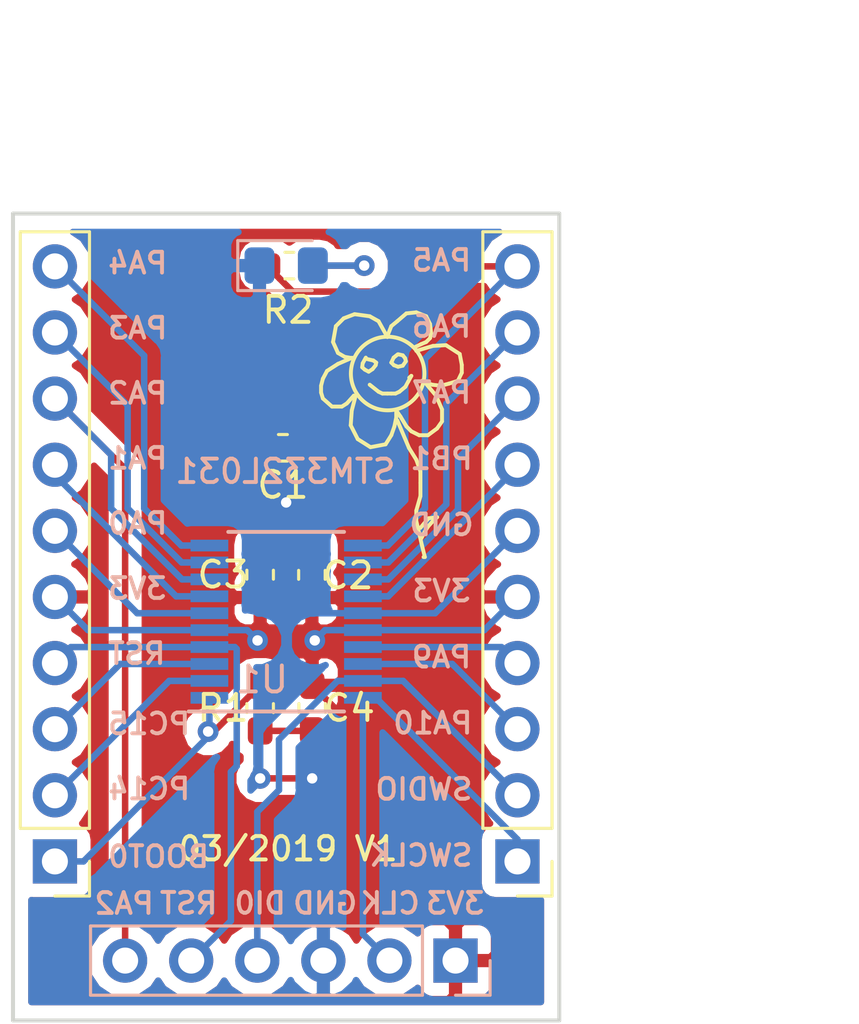
<source format=kicad_pcb>
(kicad_pcb (version 20171130) (host pcbnew 5.0.2-bee76a0~70~ubuntu16.04.1)

  (general
    (thickness 1.6)
    (drawings 41)
    (tracks 138)
    (zones 0)
    (modules 13)
    (nets 21)
  )

  (page A4)
  (layers
    (0 F.Cu signal)
    (31 B.Cu signal)
    (32 B.Adhes user)
    (33 F.Adhes user)
    (34 B.Paste user)
    (35 F.Paste user)
    (36 B.SilkS user)
    (37 F.SilkS user)
    (38 B.Mask user)
    (39 F.Mask user)
    (40 Dwgs.User user hide)
    (41 Cmts.User user)
    (42 Eco1.User user)
    (43 Eco2.User user)
    (44 Edge.Cuts user)
    (45 Margin user)
    (46 B.CrtYd user)
    (47 F.CrtYd user)
    (48 B.Fab user)
    (49 F.Fab user)
  )

  (setup
    (last_trace_width 0.25)
    (trace_clearance 0.2)
    (zone_clearance 0.508)
    (zone_45_only no)
    (trace_min 0.2)
    (segment_width 0.2)
    (edge_width 0.15)
    (via_size 0.8)
    (via_drill 0.4)
    (via_min_size 0.4)
    (via_min_drill 0.3)
    (uvia_size 0.3)
    (uvia_drill 0.1)
    (uvias_allowed no)
    (uvia_min_size 0.2)
    (uvia_min_drill 0.1)
    (pcb_text_width 0.3)
    (pcb_text_size 1.5 1.5)
    (mod_edge_width 0.15)
    (mod_text_size 1 1)
    (mod_text_width 0.15)
    (pad_size 1.524 1.524)
    (pad_drill 0.762)
    (pad_to_mask_clearance 0)
    (aux_axis_origin 0 0)
    (grid_origin 137.5 105)
    (visible_elements FFFFF77F)
    (pcbplotparams
      (layerselection 0x010f0_ffffffff)
      (usegerberextensions true)
      (usegerberattributes false)
      (usegerberadvancedattributes false)
      (creategerberjobfile false)
      (excludeedgelayer true)
      (linewidth 0.100000)
      (plotframeref false)
      (viasonmask false)
      (mode 1)
      (useauxorigin false)
      (hpglpennumber 1)
      (hpglpenspeed 20)
      (hpglpendiameter 15.000000)
      (psnegative false)
      (psa4output false)
      (plotreference true)
      (plotvalue true)
      (plotinvisibletext false)
      (padsonsilk false)
      (subtractmaskfromsilk false)
      (outputformat 1)
      (mirror false)
      (drillshape 0)
      (scaleselection 1)
      (outputdirectory "gerber/"))
  )

  (net 0 "")
  (net 1 GND)
  (net 2 +3V3)
  (net 3 "Net-(D1-Pad2)")
  (net 4 SWCLK)
  (net 5 SWDI0)
  (net 6 NRST)
  (net 7 PA2)
  (net 8 BOOT0)
  (net 9 PC14)
  (net 10 PC15)
  (net 11 PA0)
  (net 12 PA1)
  (net 13 PA3)
  (net 14 PA4)
  (net 15 PA5)
  (net 16 PA6)
  (net 17 PA7)
  (net 18 PB1)
  (net 19 PA9)
  (net 20 PA10)

  (net_class Default "This is the default net class."
    (clearance 0.2)
    (trace_width 0.25)
    (via_dia 0.8)
    (via_drill 0.4)
    (uvia_dia 0.3)
    (uvia_drill 0.1)
    (add_net +3V3)
    (add_net BOOT0)
    (add_net GND)
    (add_net NRST)
    (add_net "Net-(D1-Pad2)")
    (add_net PA0)
    (add_net PA1)
    (add_net PA10)
    (add_net PA2)
    (add_net PA3)
    (add_net PA4)
    (add_net PA5)
    (add_net PA6)
    (add_net PA7)
    (add_net PA9)
    (add_net PB1)
    (add_net PC14)
    (add_net PC15)
    (add_net SWCLK)
    (add_net SWDI0)
  )

  (module Capacitor_SMD:C_0603_1608Metric_Pad1.05x0.95mm_HandSolder (layer F.Cu) (tedit 5B301BBE) (tstamp 5C907DA4)
    (at 156.803404 97.594239 180)
    (descr "Capacitor SMD 0603 (1608 Metric), square (rectangular) end terminal, IPC_7351 nominal with elongated pad for handsoldering. (Body size source: http://www.tortai-tech.com/upload/download/2011102023233369053.pdf), generated with kicad-footprint-generator")
    (tags "capacitor handsolder")
    (path /5C7ACF8A)
    (attr smd)
    (fp_text reference C1 (at 0 -1.43 180) (layer F.SilkS)
      (effects (font (size 1 1) (thickness 0.15)))
    )
    (fp_text value 10uF (at 0 1.43 180) (layer F.Fab)
      (effects (font (size 1 1) (thickness 0.15)))
    )
    (fp_text user %R (at 0 0 180) (layer F.Fab)
      (effects (font (size 0.4 0.4) (thickness 0.06)))
    )
    (fp_line (start 1.65 0.73) (end -1.65 0.73) (layer F.CrtYd) (width 0.05))
    (fp_line (start 1.65 -0.73) (end 1.65 0.73) (layer F.CrtYd) (width 0.05))
    (fp_line (start -1.65 -0.73) (end 1.65 -0.73) (layer F.CrtYd) (width 0.05))
    (fp_line (start -1.65 0.73) (end -1.65 -0.73) (layer F.CrtYd) (width 0.05))
    (fp_line (start -0.171267 0.51) (end 0.171267 0.51) (layer F.SilkS) (width 0.12))
    (fp_line (start -0.171267 -0.51) (end 0.171267 -0.51) (layer F.SilkS) (width 0.12))
    (fp_line (start 0.8 0.4) (end -0.8 0.4) (layer F.Fab) (width 0.1))
    (fp_line (start 0.8 -0.4) (end 0.8 0.4) (layer F.Fab) (width 0.1))
    (fp_line (start -0.8 -0.4) (end 0.8 -0.4) (layer F.Fab) (width 0.1))
    (fp_line (start -0.8 0.4) (end -0.8 -0.4) (layer F.Fab) (width 0.1))
    (pad 2 smd roundrect (at 0.875 0 180) (size 1.05 0.95) (layers F.Cu F.Paste F.Mask) (roundrect_rratio 0.25)
      (net 1 GND))
    (pad 1 smd roundrect (at -0.875 0 180) (size 1.05 0.95) (layers F.Cu F.Paste F.Mask) (roundrect_rratio 0.25)
      (net 2 +3V3))
    (model ${KISYS3DMOD}/Capacitor_SMD.3dshapes/C_0603_1608Metric.wrl
      (at (xyz 0 0 0))
      (scale (xyz 1 1 1))
      (rotate (xyz 0 0 0))
    )
  )

  (module Capacitor_SMD:C_0603_1608Metric_Pad1.05x0.95mm_HandSolder (layer F.Cu) (tedit 5B301BBE) (tstamp 5C9085BD)
    (at 157.918404 102.474239 90)
    (descr "Capacitor SMD 0603 (1608 Metric), square (rectangular) end terminal, IPC_7351 nominal with elongated pad for handsoldering. (Body size source: http://www.tortai-tech.com/upload/download/2011102023233369053.pdf), generated with kicad-footprint-generator")
    (tags "capacitor handsolder")
    (path /5C7ACD13)
    (attr smd)
    (fp_text reference C2 (at -0.025761 1.381596 180) (layer F.SilkS)
      (effects (font (size 1 1) (thickness 0.15)))
    )
    (fp_text value 0.1uF (at 0 1.43 90) (layer F.Fab)
      (effects (font (size 1 1) (thickness 0.15)))
    )
    (fp_line (start -0.8 0.4) (end -0.8 -0.4) (layer F.Fab) (width 0.1))
    (fp_line (start -0.8 -0.4) (end 0.8 -0.4) (layer F.Fab) (width 0.1))
    (fp_line (start 0.8 -0.4) (end 0.8 0.4) (layer F.Fab) (width 0.1))
    (fp_line (start 0.8 0.4) (end -0.8 0.4) (layer F.Fab) (width 0.1))
    (fp_line (start -0.171267 -0.51) (end 0.171267 -0.51) (layer F.SilkS) (width 0.12))
    (fp_line (start -0.171267 0.51) (end 0.171267 0.51) (layer F.SilkS) (width 0.12))
    (fp_line (start -1.65 0.73) (end -1.65 -0.73) (layer F.CrtYd) (width 0.05))
    (fp_line (start -1.65 -0.73) (end 1.65 -0.73) (layer F.CrtYd) (width 0.05))
    (fp_line (start 1.65 -0.73) (end 1.65 0.73) (layer F.CrtYd) (width 0.05))
    (fp_line (start 1.65 0.73) (end -1.65 0.73) (layer F.CrtYd) (width 0.05))
    (fp_text user %R (at 0 0 90) (layer F.Fab)
      (effects (font (size 0.4 0.4) (thickness 0.06)))
    )
    (pad 1 smd roundrect (at -0.875 0 90) (size 1.05 0.95) (layers F.Cu F.Paste F.Mask) (roundrect_rratio 0.25)
      (net 2 +3V3))
    (pad 2 smd roundrect (at 0.875 0 90) (size 1.05 0.95) (layers F.Cu F.Paste F.Mask) (roundrect_rratio 0.25)
      (net 1 GND))
    (model ${KISYS3DMOD}/Capacitor_SMD.3dshapes/C_0603_1608Metric.wrl
      (at (xyz 0 0 0))
      (scale (xyz 1 1 1))
      (rotate (xyz 0 0 0))
    )
  )

  (module Capacitor_SMD:C_0603_1608Metric_Pad1.05x0.95mm_HandSolder (layer F.Cu) (tedit 5B301BBE) (tstamp 5C907DC6)
    (at 155.928404 102.469239 90)
    (descr "Capacitor SMD 0603 (1608 Metric), square (rectangular) end terminal, IPC_7351 nominal with elongated pad for handsoldering. (Body size source: http://www.tortai-tech.com/upload/download/2011102023233369053.pdf), generated with kicad-footprint-generator")
    (tags "capacitor handsolder")
    (path /5C7ACD67)
    (attr smd)
    (fp_text reference C3 (at 0 -1.428404 180) (layer F.SilkS)
      (effects (font (size 1 1) (thickness 0.15)))
    )
    (fp_text value 0.1uF (at 0 1.43 90) (layer F.Fab)
      (effects (font (size 1 1) (thickness 0.15)))
    )
    (fp_text user %R (at 0 0 90) (layer F.Fab)
      (effects (font (size 0.4 0.4) (thickness 0.06)))
    )
    (fp_line (start 1.65 0.73) (end -1.65 0.73) (layer F.CrtYd) (width 0.05))
    (fp_line (start 1.65 -0.73) (end 1.65 0.73) (layer F.CrtYd) (width 0.05))
    (fp_line (start -1.65 -0.73) (end 1.65 -0.73) (layer F.CrtYd) (width 0.05))
    (fp_line (start -1.65 0.73) (end -1.65 -0.73) (layer F.CrtYd) (width 0.05))
    (fp_line (start -0.171267 0.51) (end 0.171267 0.51) (layer F.SilkS) (width 0.12))
    (fp_line (start -0.171267 -0.51) (end 0.171267 -0.51) (layer F.SilkS) (width 0.12))
    (fp_line (start 0.8 0.4) (end -0.8 0.4) (layer F.Fab) (width 0.1))
    (fp_line (start 0.8 -0.4) (end 0.8 0.4) (layer F.Fab) (width 0.1))
    (fp_line (start -0.8 -0.4) (end 0.8 -0.4) (layer F.Fab) (width 0.1))
    (fp_line (start -0.8 0.4) (end -0.8 -0.4) (layer F.Fab) (width 0.1))
    (pad 2 smd roundrect (at 0.875 0 90) (size 1.05 0.95) (layers F.Cu F.Paste F.Mask) (roundrect_rratio 0.25)
      (net 1 GND))
    (pad 1 smd roundrect (at -0.875 0 90) (size 1.05 0.95) (layers F.Cu F.Paste F.Mask) (roundrect_rratio 0.25)
      (net 2 +3V3))
    (model ${KISYS3DMOD}/Capacitor_SMD.3dshapes/C_0603_1608Metric.wrl
      (at (xyz 0 0 0))
      (scale (xyz 1 1 1))
      (rotate (xyz 0 0 0))
    )
  )

  (module Capacitor_SMD:C_0603_1608Metric_Pad1.05x0.95mm_HandSolder (layer F.Cu) (tedit 5B301BBE) (tstamp 5C907DD7)
    (at 157.928404 107.594239 270)
    (descr "Capacitor SMD 0603 (1608 Metric), square (rectangular) end terminal, IPC_7351 nominal with elongated pad for handsoldering. (Body size source: http://www.tortai-tech.com/upload/download/2011102023233369053.pdf), generated with kicad-footprint-generator")
    (tags "capacitor handsolder")
    (path /5C7ACF3C)
    (attr smd)
    (fp_text reference C4 (at 0 -1.43) (layer F.SilkS)
      (effects (font (size 1 1) (thickness 0.15)))
    )
    (fp_text value 1uF (at 0 1.43 270) (layer F.Fab)
      (effects (font (size 1 1) (thickness 0.15)))
    )
    (fp_line (start -0.8 0.4) (end -0.8 -0.4) (layer F.Fab) (width 0.1))
    (fp_line (start -0.8 -0.4) (end 0.8 -0.4) (layer F.Fab) (width 0.1))
    (fp_line (start 0.8 -0.4) (end 0.8 0.4) (layer F.Fab) (width 0.1))
    (fp_line (start 0.8 0.4) (end -0.8 0.4) (layer F.Fab) (width 0.1))
    (fp_line (start -0.171267 -0.51) (end 0.171267 -0.51) (layer F.SilkS) (width 0.12))
    (fp_line (start -0.171267 0.51) (end 0.171267 0.51) (layer F.SilkS) (width 0.12))
    (fp_line (start -1.65 0.73) (end -1.65 -0.73) (layer F.CrtYd) (width 0.05))
    (fp_line (start -1.65 -0.73) (end 1.65 -0.73) (layer F.CrtYd) (width 0.05))
    (fp_line (start 1.65 -0.73) (end 1.65 0.73) (layer F.CrtYd) (width 0.05))
    (fp_line (start 1.65 0.73) (end -1.65 0.73) (layer F.CrtYd) (width 0.05))
    (fp_text user %R (at 0 0 270) (layer F.Fab)
      (effects (font (size 0.4 0.4) (thickness 0.06)))
    )
    (pad 1 smd roundrect (at -0.875 0 270) (size 1.05 0.95) (layers F.Cu F.Paste F.Mask) (roundrect_rratio 0.25)
      (net 2 +3V3))
    (pad 2 smd roundrect (at 0.875 0 270) (size 1.05 0.95) (layers F.Cu F.Paste F.Mask) (roundrect_rratio 0.25)
      (net 1 GND))
    (model ${KISYS3DMOD}/Capacitor_SMD.3dshapes/C_0603_1608Metric.wrl
      (at (xyz 0 0 0))
      (scale (xyz 1 1 1))
      (rotate (xyz 0 0 0))
    )
  )

  (module Connector_PinHeader_2.54mm:PinHeader_1x06_P2.54mm_Vertical (layer B.Cu) (tedit 5C881FDD) (tstamp 5C907DF1)
    (at 163.438404 117.294239 90)
    (descr "Through hole straight pin header, 1x06, 2.54mm pitch, single row")
    (tags "Through hole pin header THT 1x06 2.54mm single row")
    (path /5C7C4E82)
    (fp_text reference J1 (at 0 2.33 90) (layer Dwgs.User)
      (effects (font (size 1 1) (thickness 0.15)))
    )
    (fp_text value SWD (at 0 -15.03 90) (layer B.Fab)
      (effects (font (size 1 1) (thickness 0.15)) (justify mirror))
    )
    (fp_line (start -0.635 1.27) (end 1.27 1.27) (layer B.Fab) (width 0.1))
    (fp_line (start 1.27 1.27) (end 1.27 -13.97) (layer B.Fab) (width 0.1))
    (fp_line (start 1.27 -13.97) (end -1.27 -13.97) (layer B.Fab) (width 0.1))
    (fp_line (start -1.27 -13.97) (end -1.27 0.635) (layer B.Fab) (width 0.1))
    (fp_line (start -1.27 0.635) (end -0.635 1.27) (layer B.Fab) (width 0.1))
    (fp_line (start -1.33 -14.03) (end 1.33 -14.03) (layer B.SilkS) (width 0.12))
    (fp_line (start -1.33 -1.27) (end -1.33 -14.03) (layer B.SilkS) (width 0.12))
    (fp_line (start 1.33 -1.27) (end 1.33 -14.03) (layer B.SilkS) (width 0.12))
    (fp_line (start -1.33 -1.27) (end 1.33 -1.27) (layer B.SilkS) (width 0.12))
    (fp_line (start -1.33 0) (end -1.33 1.33) (layer B.SilkS) (width 0.12))
    (fp_line (start -1.33 1.33) (end 0 1.33) (layer B.SilkS) (width 0.12))
    (fp_line (start -1.8 1.8) (end -1.8 -14.5) (layer B.CrtYd) (width 0.05))
    (fp_line (start -1.8 -14.5) (end 1.8 -14.5) (layer B.CrtYd) (width 0.05))
    (fp_line (start 1.8 -14.5) (end 1.8 1.8) (layer B.CrtYd) (width 0.05))
    (fp_line (start 1.8 1.8) (end -1.8 1.8) (layer B.CrtYd) (width 0.05))
    (fp_text user %R (at 0 -6.35) (layer B.Fab)
      (effects (font (size 1 1) (thickness 0.15)) (justify mirror))
    )
    (pad 1 thru_hole rect (at 0 0 90) (size 1.7 1.7) (drill 1) (layers *.Cu *.Mask)
      (net 2 +3V3))
    (pad 2 thru_hole oval (at 0 -2.54 90) (size 1.7 1.7) (drill 1) (layers *.Cu *.Mask)
      (net 4 SWCLK))
    (pad 3 thru_hole oval (at 0 -5.08 90) (size 1.7 1.7) (drill 1) (layers *.Cu *.Mask)
      (net 1 GND))
    (pad 4 thru_hole oval (at 0 -7.62 90) (size 1.7 1.7) (drill 1) (layers *.Cu *.Mask)
      (net 5 SWDI0))
    (pad 5 thru_hole oval (at 0 -10.16 90) (size 1.7 1.7) (drill 1) (layers *.Cu *.Mask)
      (net 6 NRST))
    (pad 6 thru_hole oval (at 0 -12.7 90) (size 1.7 1.7) (drill 1) (layers *.Cu *.Mask)
      (net 7 PA2))
    (model ${KISYS3DMOD}/Connector_PinHeader_2.54mm.3dshapes/PinHeader_1x06_P2.54mm_Vertical.wrl
      (at (xyz 0 0 0))
      (scale (xyz 1 1 1))
      (rotate (xyz 0 0 0))
    )
  )

  (module Connector_PinHeader_2.54mm:PinHeader_1x10_P2.54mm_Vertical (layer F.Cu) (tedit 5C882CCC) (tstamp 5C907E0F)
    (at 148.038404 113.484239 180)
    (descr "Through hole straight pin header, 1x10, 2.54mm pitch, single row")
    (tags "Through hole pin header THT 1x10 2.54mm single row")
    (path /5C84DD7E)
    (fp_text reference J2 (at 0 -2.33 180) (layer F.Fab)
      (effects (font (size 1 1) (thickness 0.15)))
    )
    (fp_text value Left (at 0 25.19 180) (layer F.Fab) hide
      (effects (font (size 1 1) (thickness 0.15)))
    )
    (fp_line (start -0.635 -1.27) (end 1.27 -1.27) (layer F.Fab) (width 0.1))
    (fp_line (start 1.27 -1.27) (end 1.27 24.13) (layer F.Fab) (width 0.1))
    (fp_line (start 1.27 24.13) (end -1.27 24.13) (layer F.Fab) (width 0.1))
    (fp_line (start -1.27 24.13) (end -1.27 -0.635) (layer F.Fab) (width 0.1))
    (fp_line (start -1.27 -0.635) (end -0.635 -1.27) (layer F.Fab) (width 0.1))
    (fp_line (start -1.33 24.19) (end 1.33 24.19) (layer F.SilkS) (width 0.12))
    (fp_line (start -1.33 1.27) (end -1.33 24.19) (layer F.SilkS) (width 0.12))
    (fp_line (start 1.33 1.27) (end 1.33 24.19) (layer F.SilkS) (width 0.12))
    (fp_line (start -1.33 1.27) (end 1.33 1.27) (layer F.SilkS) (width 0.12))
    (fp_line (start -1.33 0) (end -1.33 -1.33) (layer F.SilkS) (width 0.12))
    (fp_line (start -1.33 -1.33) (end 0 -1.33) (layer F.SilkS) (width 0.12))
    (fp_line (start -1.8 -1.8) (end -1.8 24.65) (layer F.CrtYd) (width 0.05))
    (fp_line (start -1.8 24.65) (end 1.8 24.65) (layer F.CrtYd) (width 0.05))
    (fp_line (start 1.8 24.65) (end 1.8 -1.8) (layer F.CrtYd) (width 0.05))
    (fp_line (start 1.8 -1.8) (end -1.8 -1.8) (layer F.CrtYd) (width 0.05))
    (fp_text user %R (at 0 11.43 270) (layer F.Fab)
      (effects (font (size 1 1) (thickness 0.15)))
    )
    (pad 1 thru_hole rect (at 0 0 180) (size 1.7 1.7) (drill 1) (layers *.Cu *.Mask)
      (net 8 BOOT0))
    (pad 2 thru_hole oval (at 0 2.54 180) (size 1.7 1.7) (drill 1) (layers *.Cu *.Mask)
      (net 9 PC14))
    (pad 3 thru_hole oval (at 0 5.08 180) (size 1.7 1.7) (drill 1) (layers *.Cu *.Mask)
      (net 10 PC15))
    (pad 4 thru_hole oval (at 0 7.62 180) (size 1.7 1.7) (drill 1) (layers *.Cu *.Mask)
      (net 6 NRST))
    (pad 5 thru_hole oval (at 0 10.16 180) (size 1.7 1.7) (drill 1) (layers *.Cu *.Mask)
      (net 2 +3V3))
    (pad 6 thru_hole oval (at 0 12.7 180) (size 1.7 1.7) (drill 1) (layers *.Cu *.Mask)
      (net 11 PA0))
    (pad 7 thru_hole oval (at 0 15.24 180) (size 1.7 1.7) (drill 1) (layers *.Cu *.Mask)
      (net 12 PA1))
    (pad 8 thru_hole oval (at 0 17.78 180) (size 1.7 1.7) (drill 1) (layers *.Cu *.Mask)
      (net 7 PA2))
    (pad 9 thru_hole oval (at 0 20.32 180) (size 1.7 1.7) (drill 1) (layers *.Cu *.Mask)
      (net 13 PA3))
    (pad 10 thru_hole oval (at 0 22.86 180) (size 1.7 1.7) (drill 1) (layers *.Cu *.Mask)
      (net 14 PA4))
    (model ${KISYS3DMOD}/Connector_PinHeader_2.54mm.3dshapes/PinHeader_1x10_P2.54mm_Vertical.wrl
      (at (xyz 0 0 0))
      (scale (xyz 1 1 1))
      (rotate (xyz 0 0 0))
    )
  )

  (module Connector_PinHeader_2.54mm:PinHeader_1x10_P2.54mm_Vertical (layer F.Cu) (tedit 5C882CD2) (tstamp 5C907E2D)
    (at 165.818404 113.484239 180)
    (descr "Through hole straight pin header, 1x10, 2.54mm pitch, single row")
    (tags "Through hole pin header THT 1x10 2.54mm single row")
    (path /5C84E12E)
    (fp_text reference J3 (at 0 -2.33 180) (layer F.Fab)
      (effects (font (size 1 1) (thickness 0.15)))
    )
    (fp_text value Right (at 0 25.19 180) (layer F.Fab) hide
      (effects (font (size 1 1) (thickness 0.15)))
    )
    (fp_text user %R (at 0 11.43 270) (layer F.Fab)
      (effects (font (size 1 1) (thickness 0.15)))
    )
    (fp_line (start 1.8 -1.8) (end -1.8 -1.8) (layer F.CrtYd) (width 0.05))
    (fp_line (start 1.8 24.65) (end 1.8 -1.8) (layer F.CrtYd) (width 0.05))
    (fp_line (start -1.8 24.65) (end 1.8 24.65) (layer F.CrtYd) (width 0.05))
    (fp_line (start -1.8 -1.8) (end -1.8 24.65) (layer F.CrtYd) (width 0.05))
    (fp_line (start -1.33 -1.33) (end 0 -1.33) (layer F.SilkS) (width 0.12))
    (fp_line (start -1.33 0) (end -1.33 -1.33) (layer F.SilkS) (width 0.12))
    (fp_line (start -1.33 1.27) (end 1.33 1.27) (layer F.SilkS) (width 0.12))
    (fp_line (start 1.33 1.27) (end 1.33 24.19) (layer F.SilkS) (width 0.12))
    (fp_line (start -1.33 1.27) (end -1.33 24.19) (layer F.SilkS) (width 0.12))
    (fp_line (start -1.33 24.19) (end 1.33 24.19) (layer F.SilkS) (width 0.12))
    (fp_line (start -1.27 -0.635) (end -0.635 -1.27) (layer F.Fab) (width 0.1))
    (fp_line (start -1.27 24.13) (end -1.27 -0.635) (layer F.Fab) (width 0.1))
    (fp_line (start 1.27 24.13) (end -1.27 24.13) (layer F.Fab) (width 0.1))
    (fp_line (start 1.27 -1.27) (end 1.27 24.13) (layer F.Fab) (width 0.1))
    (fp_line (start -0.635 -1.27) (end 1.27 -1.27) (layer F.Fab) (width 0.1))
    (pad 10 thru_hole oval (at 0 22.86 180) (size 1.7 1.7) (drill 1) (layers *.Cu *.Mask)
      (net 15 PA5))
    (pad 9 thru_hole oval (at 0 20.32 180) (size 1.7 1.7) (drill 1) (layers *.Cu *.Mask)
      (net 16 PA6))
    (pad 8 thru_hole oval (at 0 17.78 180) (size 1.7 1.7) (drill 1) (layers *.Cu *.Mask)
      (net 17 PA7))
    (pad 7 thru_hole oval (at 0 15.24 180) (size 1.7 1.7) (drill 1) (layers *.Cu *.Mask)
      (net 18 PB1))
    (pad 6 thru_hole oval (at 0 12.7 180) (size 1.7 1.7) (drill 1) (layers *.Cu *.Mask)
      (net 1 GND))
    (pad 5 thru_hole oval (at 0 10.16 180) (size 1.7 1.7) (drill 1) (layers *.Cu *.Mask)
      (net 2 +3V3))
    (pad 4 thru_hole oval (at 0 7.62 180) (size 1.7 1.7) (drill 1) (layers *.Cu *.Mask)
      (net 19 PA9))
    (pad 3 thru_hole oval (at 0 5.08 180) (size 1.7 1.7) (drill 1) (layers *.Cu *.Mask)
      (net 20 PA10))
    (pad 2 thru_hole oval (at 0 2.54 180) (size 1.7 1.7) (drill 1) (layers *.Cu *.Mask)
      (net 5 SWDI0))
    (pad 1 thru_hole rect (at 0 0 180) (size 1.7 1.7) (drill 1) (layers *.Cu *.Mask)
      (net 4 SWCLK))
    (model ${KISYS3DMOD}/Connector_PinHeader_2.54mm.3dshapes/PinHeader_1x10_P2.54mm_Vertical.wrl
      (at (xyz 0 0 0))
      (scale (xyz 1 1 1))
      (rotate (xyz 0 0 0))
    )
  )

  (module Resistor_SMD:R_0603_1608Metric_Pad1.05x0.95mm_HandSolder (layer F.Cu) (tedit 5B301BBD) (tstamp 5C907E3E)
    (at 155.928404 107.594239 270)
    (descr "Resistor SMD 0603 (1608 Metric), square (rectangular) end terminal, IPC_7351 nominal with elongated pad for handsoldering. (Body size source: http://www.tortai-tech.com/upload/download/2011102023233369053.pdf), generated with kicad-footprint-generator")
    (tags "resistor handsolder")
    (path /5C7E9055)
    (attr smd)
    (fp_text reference R1 (at 0 1.428404) (layer F.SilkS)
      (effects (font (size 1 1) (thickness 0.15)))
    )
    (fp_text value 10K (at 0 1.43 270) (layer F.Fab)
      (effects (font (size 1 1) (thickness 0.15)))
    )
    (fp_line (start -0.8 0.4) (end -0.8 -0.4) (layer F.Fab) (width 0.1))
    (fp_line (start -0.8 -0.4) (end 0.8 -0.4) (layer F.Fab) (width 0.1))
    (fp_line (start 0.8 -0.4) (end 0.8 0.4) (layer F.Fab) (width 0.1))
    (fp_line (start 0.8 0.4) (end -0.8 0.4) (layer F.Fab) (width 0.1))
    (fp_line (start -0.171267 -0.51) (end 0.171267 -0.51) (layer F.SilkS) (width 0.12))
    (fp_line (start -0.171267 0.51) (end 0.171267 0.51) (layer F.SilkS) (width 0.12))
    (fp_line (start -1.65 0.73) (end -1.65 -0.73) (layer F.CrtYd) (width 0.05))
    (fp_line (start -1.65 -0.73) (end 1.65 -0.73) (layer F.CrtYd) (width 0.05))
    (fp_line (start 1.65 -0.73) (end 1.65 0.73) (layer F.CrtYd) (width 0.05))
    (fp_line (start 1.65 0.73) (end -1.65 0.73) (layer F.CrtYd) (width 0.05))
    (fp_text user %R (at 0 0 270) (layer F.Fab)
      (effects (font (size 0.4 0.4) (thickness 0.06)))
    )
    (pad 1 smd roundrect (at -0.875 0 270) (size 1.05 0.95) (layers F.Cu F.Paste F.Mask) (roundrect_rratio 0.25)
      (net 8 BOOT0))
    (pad 2 smd roundrect (at 0.875 0 270) (size 1.05 0.95) (layers F.Cu F.Paste F.Mask) (roundrect_rratio 0.25)
      (net 1 GND))
    (model ${KISYS3DMOD}/Resistor_SMD.3dshapes/R_0603_1608Metric.wrl
      (at (xyz 0 0 0))
      (scale (xyz 1 1 1))
      (rotate (xyz 0 0 0))
    )
  )

  (module Package_SO:TSSOP-20_4.4x6.5mm_P0.65mm (layer B.Cu) (tedit 5A02F25C) (tstamp 5C907E62)
    (at 156.928404 104.274239)
    (descr "20-Lead Plastic Thin Shrink Small Outline (ST)-4.4 mm Body [TSSOP] (see Microchip Packaging Specification 00000049BS.pdf)")
    (tags "SSOP 0.65")
    (path /5C7AC20A)
    (attr smd)
    (fp_text reference U1 (at -0.928404 2.225761) (layer B.SilkS)
      (effects (font (size 1 1) (thickness 0.15)) (justify mirror))
    )
    (fp_text value STM32L031F4Px (at 0 -4.3) (layer B.Fab)
      (effects (font (size 1 1) (thickness 0.15)) (justify mirror))
    )
    (fp_line (start -1.2 3.25) (end 2.2 3.25) (layer B.Fab) (width 0.15))
    (fp_line (start 2.2 3.25) (end 2.2 -3.25) (layer B.Fab) (width 0.15))
    (fp_line (start 2.2 -3.25) (end -2.2 -3.25) (layer B.Fab) (width 0.15))
    (fp_line (start -2.2 -3.25) (end -2.2 2.25) (layer B.Fab) (width 0.15))
    (fp_line (start -2.2 2.25) (end -1.2 3.25) (layer B.Fab) (width 0.15))
    (fp_line (start -3.95 3.55) (end -3.95 -3.55) (layer B.CrtYd) (width 0.05))
    (fp_line (start 3.95 3.55) (end 3.95 -3.55) (layer B.CrtYd) (width 0.05))
    (fp_line (start -3.95 3.55) (end 3.95 3.55) (layer B.CrtYd) (width 0.05))
    (fp_line (start -3.95 -3.55) (end 3.95 -3.55) (layer B.CrtYd) (width 0.05))
    (fp_line (start -2.225 -3.45) (end 2.225 -3.45) (layer B.SilkS) (width 0.15))
    (fp_line (start -3.75 3.45) (end 2.225 3.45) (layer B.SilkS) (width 0.15))
    (fp_text user %R (at 0 0) (layer B.Fab)
      (effects (font (size 0.8 0.8) (thickness 0.15)) (justify mirror))
    )
    (pad 1 smd rect (at -2.95 2.925) (size 1.45 0.45) (layers B.Cu B.Paste B.Mask)
      (net 8 BOOT0))
    (pad 2 smd rect (at -2.95 2.275) (size 1.45 0.45) (layers B.Cu B.Paste B.Mask)
      (net 9 PC14))
    (pad 3 smd rect (at -2.95 1.625) (size 1.45 0.45) (layers B.Cu B.Paste B.Mask)
      (net 10 PC15))
    (pad 4 smd rect (at -2.95 0.975) (size 1.45 0.45) (layers B.Cu B.Paste B.Mask)
      (net 6 NRST))
    (pad 5 smd rect (at -2.95 0.325) (size 1.45 0.45) (layers B.Cu B.Paste B.Mask)
      (net 2 +3V3))
    (pad 6 smd rect (at -2.95 -0.325) (size 1.45 0.45) (layers B.Cu B.Paste B.Mask)
      (net 11 PA0))
    (pad 7 smd rect (at -2.95 -0.975) (size 1.45 0.45) (layers B.Cu B.Paste B.Mask)
      (net 12 PA1))
    (pad 8 smd rect (at -2.95 -1.625) (size 1.45 0.45) (layers B.Cu B.Paste B.Mask)
      (net 7 PA2))
    (pad 9 smd rect (at -2.95 -2.275) (size 1.45 0.45) (layers B.Cu B.Paste B.Mask)
      (net 13 PA3))
    (pad 10 smd rect (at -2.95 -2.925) (size 1.45 0.45) (layers B.Cu B.Paste B.Mask)
      (net 14 PA4))
    (pad 11 smd rect (at 2.95 -2.925) (size 1.45 0.45) (layers B.Cu B.Paste B.Mask)
      (net 15 PA5))
    (pad 12 smd rect (at 2.95 -2.275) (size 1.45 0.45) (layers B.Cu B.Paste B.Mask)
      (net 16 PA6))
    (pad 13 smd rect (at 2.95 -1.625) (size 1.45 0.45) (layers B.Cu B.Paste B.Mask)
      (net 17 PA7))
    (pad 14 smd rect (at 2.95 -0.975) (size 1.45 0.45) (layers B.Cu B.Paste B.Mask)
      (net 18 PB1))
    (pad 15 smd rect (at 2.95 -0.325) (size 1.45 0.45) (layers B.Cu B.Paste B.Mask)
      (net 1 GND))
    (pad 16 smd rect (at 2.95 0.325) (size 1.45 0.45) (layers B.Cu B.Paste B.Mask)
      (net 2 +3V3))
    (pad 17 smd rect (at 2.95 0.975) (size 1.45 0.45) (layers B.Cu B.Paste B.Mask)
      (net 19 PA9))
    (pad 18 smd rect (at 2.95 1.625) (size 1.45 0.45) (layers B.Cu B.Paste B.Mask)
      (net 20 PA10))
    (pad 19 smd rect (at 2.95 2.275) (size 1.45 0.45) (layers B.Cu B.Paste B.Mask)
      (net 5 SWDI0))
    (pad 20 smd rect (at 2.95 2.925) (size 1.45 0.45) (layers B.Cu B.Paste B.Mask)
      (net 4 SWCLK))
    (model ${KISYS3DMOD}/Package_SO.3dshapes/TSSOP-20_4.4x6.5mm_P0.65mm.wrl
      (at (xyz 0 0 0))
      (scale (xyz 1 1 1))
      (rotate (xyz 0 0 0))
    )
  )

  (module LED_SMD:LED_0805_2012Metric_Pad1.15x1.40mm_HandSolder (layer B.Cu) (tedit 5C882C47) (tstamp 5C908341)
    (at 156.928404 90.594239)
    (descr "LED SMD 0805 (2012 Metric), square (rectangular) end terminal, IPC_7351 nominal, (Body size source: https://docs.google.com/spreadsheets/d/1BsfQQcO9C6DZCsRaXUlFlo91Tg2WpOkGARC1WS5S8t0/edit?usp=sharing), generated with kicad-footprint-generator")
    (tags "LED handsolder")
    (path /5C8506F8)
    (attr smd)
    (fp_text reference D1 (at 0 1.65) (layer F.Fab)
      (effects (font (size 1 1) (thickness 0.15)))
    )
    (fp_text value LED (at 0 -1.65) (layer B.Fab)
      (effects (font (size 1 1) (thickness 0.15)) (justify mirror))
    )
    (fp_line (start 1 0.6) (end -0.7 0.6) (layer B.Fab) (width 0.1))
    (fp_line (start -0.7 0.6) (end -1 0.3) (layer B.Fab) (width 0.1))
    (fp_line (start -1 0.3) (end -1 -0.6) (layer B.Fab) (width 0.1))
    (fp_line (start -1 -0.6) (end 1 -0.6) (layer B.Fab) (width 0.1))
    (fp_line (start 1 -0.6) (end 1 0.6) (layer B.Fab) (width 0.1))
    (fp_line (start 1 0.96) (end -1.86 0.96) (layer B.SilkS) (width 0.12))
    (fp_line (start -1.86 0.96) (end -1.86 -0.96) (layer B.SilkS) (width 0.12))
    (fp_line (start -1.86 -0.96) (end 1 -0.96) (layer B.SilkS) (width 0.12))
    (fp_line (start -1.85 -0.95) (end -1.85 0.95) (layer B.CrtYd) (width 0.05))
    (fp_line (start -1.85 0.95) (end 1.85 0.95) (layer B.CrtYd) (width 0.05))
    (fp_line (start 1.85 0.95) (end 1.85 -0.95) (layer B.CrtYd) (width 0.05))
    (fp_line (start 1.85 -0.95) (end -1.85 -0.95) (layer B.CrtYd) (width 0.05))
    (fp_text user %R (at 0 0) (layer B.Fab)
      (effects (font (size 0.5 0.5) (thickness 0.08)) (justify mirror))
    )
    (pad 1 smd roundrect (at -1.025 0) (size 1.15 1.4) (layers B.Cu B.Paste B.Mask) (roundrect_rratio 0.217391)
      (net 1 GND))
    (pad 2 smd roundrect (at 1.025 0) (size 1.15 1.4) (layers B.Cu B.Paste B.Mask) (roundrect_rratio 0.217391)
      (net 3 "Net-(D1-Pad2)"))
    (model ${KISYS3DMOD}/LED_SMD.3dshapes/LED_0805_2012Metric.wrl
      (at (xyz 0 0 0))
      (scale (xyz 1 1 1))
      (rotate (xyz 0 0 0))
    )
  )

  (module Resistor_SMD:R_0603_1608Metric_Pad1.05x0.95mm_HandSolder (layer F.Cu) (tedit 5B301BBD) (tstamp 5C908352)
    (at 157.053404 90.594239)
    (descr "Resistor SMD 0603 (1608 Metric), square (rectangular) end terminal, IPC_7351 nominal with elongated pad for handsoldering. (Body size source: http://www.tortai-tech.com/upload/download/2011102023233369053.pdf), generated with kicad-footprint-generator")
    (tags "resistor handsolder")
    (path /5C850589)
    (attr smd)
    (fp_text reference R2 (at -0.053404 1.705761) (layer F.SilkS)
      (effects (font (size 1 1) (thickness 0.15)))
    )
    (fp_text value R (at 0 1.43) (layer F.Fab)
      (effects (font (size 1 1) (thickness 0.15)))
    )
    (fp_line (start -0.8 0.4) (end -0.8 -0.4) (layer F.Fab) (width 0.1))
    (fp_line (start -0.8 -0.4) (end 0.8 -0.4) (layer F.Fab) (width 0.1))
    (fp_line (start 0.8 -0.4) (end 0.8 0.4) (layer F.Fab) (width 0.1))
    (fp_line (start 0.8 0.4) (end -0.8 0.4) (layer F.Fab) (width 0.1))
    (fp_line (start -0.171267 -0.51) (end 0.171267 -0.51) (layer F.SilkS) (width 0.12))
    (fp_line (start -0.171267 0.51) (end 0.171267 0.51) (layer F.SilkS) (width 0.12))
    (fp_line (start -1.65 0.73) (end -1.65 -0.73) (layer F.CrtYd) (width 0.05))
    (fp_line (start -1.65 -0.73) (end 1.65 -0.73) (layer F.CrtYd) (width 0.05))
    (fp_line (start 1.65 -0.73) (end 1.65 0.73) (layer F.CrtYd) (width 0.05))
    (fp_line (start 1.65 0.73) (end -1.65 0.73) (layer F.CrtYd) (width 0.05))
    (fp_text user %R (at 0 0) (layer F.Fab)
      (effects (font (size 0.4 0.4) (thickness 0.06)))
    )
    (pad 1 smd roundrect (at -0.875 0) (size 1.05 0.95) (layers F.Cu F.Paste F.Mask) (roundrect_rratio 0.25)
      (net 15 PA5))
    (pad 2 smd roundrect (at 0.875 0) (size 1.05 0.95) (layers F.Cu F.Paste F.Mask) (roundrect_rratio 0.25)
      (net 3 "Net-(D1-Pad2)"))
    (model ${KISYS3DMOD}/Resistor_SMD.3dshapes/R_0603_1608Metric.wrl
      (at (xyz 0 0 0))
      (scale (xyz 1 1 1))
      (rotate (xyz 0 0 0))
    )
  )

  (module theapi:TheApiLogoSmall (layer F.Cu) (tedit 5C882D50) (tstamp 5C88342C)
    (at 161 91.8)
    (fp_text reference REF** (at 0.14 -0.84) (layer F.Fab)
      (effects (font (size 1 1) (thickness 0.15)))
    )
    (fp_text value TheApiLogo (at -0.03 11.45) (layer F.Fab)
      (effects (font (size 1 1) (thickness 0.15)))
    )
    (fp_circle (center -0.17 2.94) (end 0.83 1.94) (layer F.SilkS) (width 0.15))
    (fp_line (start 1.12 1.81) (end 0.89 1.92) (layer F.SilkS) (width 0.15))
    (fp_line (start 1.31 1.73) (end 1.12 1.81) (layer F.SilkS) (width 0.15))
    (fp_line (start 1.46 1.58) (end 1.31 1.73) (layer F.SilkS) (width 0.15))
    (fp_line (start 1.5 1.39) (end 1.46 1.58) (layer F.SilkS) (width 0.15))
    (fp_line (start 1.46 1.04) (end 1.5 1.39) (layer F.SilkS) (width 0.15))
    (fp_line (start 1.31 0.74) (end 1.46 1.04) (layer F.SilkS) (width 0.15))
    (fp_line (start 0.93 0.59) (end 1.31 0.74) (layer F.SilkS) (width 0.15))
    (fp_line (start 0.55 0.63) (end 0.93 0.59) (layer F.SilkS) (width 0.15))
    (fp_line (start 0.2 0.93) (end 0.55 0.63) (layer F.SilkS) (width 0.15))
    (fp_line (start -0.03 1.12) (end 0.2 0.93) (layer F.SilkS) (width 0.15))
    (fp_line (start -0.18 1.5) (end -0.03 1.12) (layer F.SilkS) (width 0.15))
    (fp_line (start -1.51 2.34) (end -1.51 2.38) (layer F.SilkS) (width 0.15))
    (fp_line (start -1.59 2.34) (end -1.51 2.34) (layer F.SilkS) (width 0.15))
    (fp_line (start -1.82 2.3) (end -1.59 2.34) (layer F.SilkS) (width 0.15))
    (fp_line (start -2.08 2.15) (end -1.82 2.3) (layer F.SilkS) (width 0.15))
    (fp_line (start -2.27 1.73) (end -2.08 2.15) (layer F.SilkS) (width 0.15))
    (fp_line (start -2.16 1.12) (end -2.27 1.73) (layer F.SilkS) (width 0.15))
    (fp_line (start -1.86 0.82) (end -2.16 1.12) (layer F.SilkS) (width 0.15))
    (fp_line (start -1.44 0.66) (end -1.86 0.82) (layer F.SilkS) (width 0.15))
    (fp_line (start -0.86 0.74) (end -1.44 0.66) (layer F.SilkS) (width 0.15))
    (fp_line (start -0.52 0.93) (end -0.86 0.74) (layer F.SilkS) (width 0.15))
    (fp_line (start -0.18 1.54) (end -0.52 0.93) (layer F.SilkS) (width 0.15))
    (fp_line (start -1.47 3.79) (end -1.4 3.79) (layer F.SilkS) (width 0.15))
    (fp_line (start -1.74 4.09) (end -1.47 3.79) (layer F.SilkS) (width 0.15))
    (fp_line (start -1.93 4.21) (end -1.74 4.09) (layer F.SilkS) (width 0.15))
    (fp_line (start -2.31 4.21) (end -1.93 4.21) (layer F.SilkS) (width 0.15))
    (fp_line (start -2.66 3.9) (end -2.31 4.21) (layer F.SilkS) (width 0.15))
    (fp_line (start -2.73 3.67) (end -2.66 3.9) (layer F.SilkS) (width 0.15))
    (fp_line (start -2.73 3.41) (end -2.73 3.67) (layer F.SilkS) (width 0.15))
    (fp_line (start -2.66 3.14) (end -2.73 3.41) (layer F.SilkS) (width 0.15))
    (fp_line (start -2.5 2.84) (end -2.66 3.14) (layer F.SilkS) (width 0.15))
    (fp_line (start -2.08 2.57) (end -2.5 2.84) (layer F.SilkS) (width 0.15))
    (fp_line (start -1.55 2.34) (end -2.08 2.57) (layer F.SilkS) (width 0.15))
    (fp_line (start 0.16 4.63) (end 0.16 4.36) (layer F.SilkS) (width 0.15))
    (fp_line (start 0.09 4.97) (end 0.16 4.63) (layer F.SilkS) (width 0.15))
    (fp_line (start -0.03 5.31) (end 0.09 4.97) (layer F.SilkS) (width 0.15))
    (fp_line (start -0.25 5.66) (end -0.03 5.31) (layer F.SilkS) (width 0.15))
    (fp_line (start -0.83 5.77) (end -0.25 5.66) (layer F.SilkS) (width 0.15))
    (fp_line (start -1.32 5.46) (end -0.83 5.77) (layer F.SilkS) (width 0.15))
    (fp_line (start -1.59 4.93) (end -1.32 5.46) (layer F.SilkS) (width 0.15))
    (fp_line (start -1.55 4.36) (end -1.59 4.93) (layer F.SilkS) (width 0.15))
    (fp_line (start -1.4 3.79) (end -1.55 4.36) (layer F.SilkS) (width 0.15))
    (fp_line (start 1.31 3.29) (end 1.15 3.22) (layer F.SilkS) (width 0.15))
    (fp_line (start 1.54 3.37) (end 1.31 3.29) (layer F.SilkS) (width 0.15))
    (fp_line (start 1.88 3.41) (end 1.54 3.37) (layer F.SilkS) (width 0.15))
    (fp_line (start 2.18 3.33) (end 1.88 3.41) (layer F.SilkS) (width 0.15))
    (fp_line (start 2.53 3.22) (end 2.18 3.33) (layer F.SilkS) (width 0.15))
    (fp_line (start 2.68 2.91) (end 2.53 3.22) (layer F.SilkS) (width 0.15))
    (fp_line (start 2.68 2.61) (end 2.68 2.91) (layer F.SilkS) (width 0.15))
    (fp_line (start 2.6 2.19) (end 2.68 2.61) (layer F.SilkS) (width 0.15))
    (fp_line (start 2.07 1.85) (end 2.6 2.19) (layer F.SilkS) (width 0.15))
    (fp_line (start 1.57 1.88) (end 2.07 1.85) (layer F.SilkS) (width 0.15))
    (fp_line (start 0.93 2.07) (end 1.57 1.88) (layer F.SilkS) (width 0.15))
    (fp_line (start 0.32 4.59) (end 0.16 4.36) (layer F.SilkS) (width 0.15))
    (fp_line (start 0.55 4.97) (end 0.32 4.59) (layer F.SilkS) (width 0.15))
    (fp_line (start 0.74 5.16) (end 0.55 4.97) (layer F.SilkS) (width 0.15))
    (fp_line (start 1.04 5.31) (end 0.74 5.16) (layer F.SilkS) (width 0.15))
    (fp_line (start 1.38 5.31) (end 1.04 5.31) (layer F.SilkS) (width 0.15))
    (fp_line (start 1.73 5.05) (end 1.38 5.31) (layer F.SilkS) (width 0.15))
    (fp_line (start 1.92 4.78) (end 1.73 5.05) (layer F.SilkS) (width 0.15))
    (fp_line (start 1.92 4.32) (end 1.92 4.78) (layer F.SilkS) (width 0.15))
    (fp_line (start 1.69 3.79) (end 1.92 4.32) (layer F.SilkS) (width 0.15))
    (fp_line (start 1.27 3.29) (end 1.69 3.79) (layer F.SilkS) (width 0.15))
    (fp_line (start 0.74 3.03) (end 0.66 3.1) (layer F.SilkS) (width 0.15))
    (fp_line (start 0.62 3.25) (end 0.74 3.03) (layer F.SilkS) (width 0.15))
    (fp_line (start 0.51 3.45) (end 0.62 3.25) (layer F.SilkS) (width 0.15))
    (fp_line (start 0.28 3.64) (end 0.51 3.45) (layer F.SilkS) (width 0.15))
    (fp_line (start 0.13 3.71) (end 0.28 3.64) (layer F.SilkS) (width 0.15))
    (fp_line (start -0.03 3.71) (end 0.13 3.71) (layer F.SilkS) (width 0.15))
    (fp_line (start -0.18 3.71) (end -0.03 3.71) (layer F.SilkS) (width 0.15))
    (fp_line (start -0.37 3.71) (end -0.18 3.71) (layer F.SilkS) (width 0.15))
    (fp_line (start -0.52 3.64) (end -0.37 3.71) (layer F.SilkS) (width 0.15))
    (fp_line (start -0.86 3.37) (end -0.52 3.64) (layer F.SilkS) (width 0.15))
    (fp_line (start -0.72 2.44) (end -0.98 2.38) (layer F.SilkS) (width 0.15))
    (fp_line (start -0.61 2.52) (end -0.72 2.44) (layer F.SilkS) (width 0.15))
    (fp_line (start -0.63 2.62) (end -0.61 2.52) (layer F.SilkS) (width 0.15))
    (fp_line (start -0.75 2.77) (end -0.63 2.62) (layer F.SilkS) (width 0.15))
    (fp_line (start -0.9 2.87) (end -0.75 2.77) (layer F.SilkS) (width 0.15))
    (fp_line (start -1.05 2.79) (end -0.9 2.87) (layer F.SilkS) (width 0.15))
    (fp_line (start -1.15 2.7) (end -1.05 2.79) (layer F.SilkS) (width 0.15))
    (fp_line (start -1.13 2.55) (end -1.15 2.7) (layer F.SilkS) (width 0.15))
    (fp_line (start -1.01 2.33) (end -1.13 2.55) (layer F.SilkS) (width 0.15))
    (fp_line (start 0.41 2.24) (end 0.23 2.2) (layer F.SilkS) (width 0.15))
    (fp_line (start 0.5 2.35) (end 0.41 2.24) (layer F.SilkS) (width 0.15))
    (fp_line (start 0.53 2.47) (end 0.5 2.35) (layer F.SilkS) (width 0.15))
    (fp_line (start 0.41 2.64) (end 0.53 2.47) (layer F.SilkS) (width 0.15))
    (fp_line (start 0.23 2.68) (end 0.41 2.64) (layer F.SilkS) (width 0.15))
    (fp_line (start 0.07 2.62) (end 0.23 2.68) (layer F.SilkS) (width 0.15))
    (fp_line (start -0.03 2.52) (end 0.07 2.62) (layer F.SilkS) (width 0.15))
    (fp_line (start 0.06 2.33) (end -0.03 2.52) (layer F.SilkS) (width 0.15))
    (fp_line (start 0.21 2.21) (end 0.06 2.33) (layer F.SilkS) (width 0.15))
    (fp_line (start 1.26 9.99) (end 1.21 9.99) (layer F.SilkS) (width 0.15))
    (fp_line (start 1.15 9.55) (end 1.26 9.99) (layer F.SilkS) (width 0.15))
    (fp_line (start 0.93 8.6) (end 1.15 9.55) (layer F.SilkS) (width 0.15))
    (fp_line (start 0.93 8.21) (end 0.93 8.6) (layer F.SilkS) (width 0.15))
    (fp_line (start 1.09 7.65) (end 0.93 8.21) (layer F.SilkS) (width 0.15))
    (fp_line (start 1.09 7.14) (end 1.09 7.65) (layer F.SilkS) (width 0.15))
    (fp_line (start 1.09 6.7) (end 1.09 7.14) (layer F.SilkS) (width 0.15))
    (fp_line (start 0.93 6.25) (end 1.09 6.7) (layer F.SilkS) (width 0.15))
    (fp_line (start 0.65 5.8) (end 0.93 6.25) (layer F.SilkS) (width 0.15))
    (fp_line (start 0.2 4.74) (end 0.65 5.8) (layer F.SilkS) (width 0.15))
    (fp_line (start 1.29 8.63) (end 1.09 8.87) (layer F.SilkS) (width 0.15))
    (fp_line (start 1.41 8.5) (end 1.29 8.63) (layer F.SilkS) (width 0.15))
    (fp_line (start 1.73 8.46) (end 1.41 8.5) (layer F.SilkS) (width 0.15))
    (fp_line (start 1.55 8.63) (end 1.73 8.46) (layer F.SilkS) (width 0.15))
    (fp_line (start 1.38 8.82) (end 1.55 8.63) (layer F.SilkS) (width 0.15))
    (fp_line (start 1.26 9.01) (end 1.38 8.82) (layer F.SilkS) (width 0.15))
    (fp_line (start 1.12 9.28) (end 1.26 9.01) (layer F.SilkS) (width 0.15))
  )

  (module theapi:TheApiLogoTiny (layer B.Cu) (tedit 5729157E) (tstamp 5C88412A)
    (at 157.1 91.9 180)
    (fp_text reference REF** (at 0 -0.5 180) (layer B.SilkS) hide
      (effects (font (size 1 1) (thickness 0.15)) (justify mirror))
    )
    (fp_text value TheApiLogoTiny (at 0 0.5 180) (layer B.Fab) hide
      (effects (font (size 1 1) (thickness 0.15)) (justify mirror))
    )
    (fp_circle (center 0.12 -2.2) (end 0.15 -2.21) (layer B.Mask) (width 0.15))
    (fp_circle (center -0.02 -2.28) (end 0.39 -2.28) (layer B.Mask) (width 0.127))
    (fp_circle (center -0.16 -2.2) (end -0.13 -2.21) (layer B.Mask) (width 0.15))
    (fp_line (start -0.21 -2.42) (end -0.09 -2.49) (layer B.Mask) (width 0.0762))
    (fp_line (start -0.09 -2.49) (end 0.04 -2.48) (layer B.Mask) (width 0.0762))
    (fp_line (start 0.04 -2.48) (end 0.16 -2.39) (layer B.Mask) (width 0.0762))
    (fp_line (start -0.13 -1.81) (end -0.4 -1.67) (layer B.Mask) (width 0.1016))
    (fp_line (start -0.4 -1.67) (end -0.68 -1.74) (layer B.Mask) (width 0.1016))
    (fp_line (start -0.68 -1.74) (end -0.79 -1.93) (layer B.Mask) (width 0.1016))
    (fp_line (start -0.79 -1.93) (end -0.68 -2.1) (layer B.Mask) (width 0.1016))
    (fp_line (start -0.68 -2.1) (end -0.47 -2.15) (layer B.Mask) (width 0.1016))
    (fp_line (start -0.46 -2.22) (end -0.73 -2.27) (layer B.Mask) (width 0.1016))
    (fp_line (start -0.73 -2.27) (end -0.82 -2.42) (layer B.Mask) (width 0.1016))
    (fp_line (start -0.82 -2.42) (end -0.78 -2.55) (layer B.Mask) (width 0.1016))
    (fp_line (start -0.78 -2.55) (end -0.66 -2.63) (layer B.Mask) (width 0.1016))
    (fp_line (start -0.66 -2.63) (end -0.41 -2.57) (layer B.Mask) (width 0.1016))
    (fp_line (start -0.39 -2.59) (end -0.47 -2.79) (layer B.Mask) (width 0.1016))
    (fp_line (start -0.47 -2.79) (end -0.46 -2.98) (layer B.Mask) (width 0.1016))
    (fp_line (start -0.46 -2.98) (end -0.35 -3.02) (layer B.Mask) (width 0.1016))
    (fp_line (start -0.35 -3.02) (end -0.23 -2.98) (layer B.Mask) (width 0.1016))
    (fp_line (start -0.23 -2.98) (end -0.17 -2.87) (layer B.Mask) (width 0.1016))
    (fp_line (start -0.17 -2.87) (end -0.15 -2.76) (layer B.Mask) (width 0.1016))
    (fp_line (start -0.15 -2.76) (end -0.13 -2.74) (layer B.Mask) (width 0.1016))
    (fp_line (start -0.13 -2.74) (end -0.16 -2.76) (layer B.Mask) (width 0.1016))
    (fp_line (start -0.16 -2.76) (end -0.17 -2.73) (layer B.Mask) (width 0.1016))
    (fp_line (start -0.06 -1.85) (end 0.03 -1.58) (layer B.Mask) (width 0.1016))
    (fp_line (start 0.03 -1.58) (end 0.19 -1.52) (layer B.Mask) (width 0.1016))
    (fp_line (start 0.19 -1.52) (end 0.36 -1.55) (layer B.Mask) (width 0.1016))
    (fp_line (start 0.36 -1.55) (end 0.41 -1.66) (layer B.Mask) (width 0.1016))
    (fp_line (start 0.41 -1.66) (end 0.39 -1.77) (layer B.Mask) (width 0.1016))
    (fp_line (start 0.39 -1.77) (end 0.3 -1.91) (layer B.Mask) (width 0.1016))
    (fp_line (start 0.27 -1.9) (end 0.64 -1.89) (layer B.Mask) (width 0.1016))
    (fp_line (start 0.64 -1.89) (end 0.75 -1.99) (layer B.Mask) (width 0.1016))
    (fp_line (start 0.75 -1.99) (end 0.77 -2.14) (layer B.Mask) (width 0.1016))
    (fp_line (start 0.77 -2.14) (end 0.67 -2.21) (layer B.Mask) (width 0.1016))
    (fp_line (start 0.67 -2.21) (end 0.52 -2.22) (layer B.Mask) (width 0.1016))
    (fp_line (start 0.52 -2.22) (end 0.42 -2.22) (layer B.Mask) (width 0.1016))
    (fp_line (start 0.42 -2.25) (end 0.6 -2.36) (layer B.Mask) (width 0.1016))
    (fp_line (start 0.6 -2.36) (end 0.7 -2.5) (layer B.Mask) (width 0.1016))
    (fp_line (start 0.7 -2.5) (end 0.7 -2.64) (layer B.Mask) (width 0.1016))
    (fp_line (start 0.7 -2.64) (end 0.66 -2.74) (layer B.Mask) (width 0.1016))
    (fp_line (start 0.66 -2.74) (end 0.55 -2.78) (layer B.Mask) (width 0.1016))
    (fp_line (start 0.55 -2.78) (end 0.42 -2.75) (layer B.Mask) (width 0.1016))
    (fp_line (start 0.42 -2.75) (end 0.33 -2.62) (layer B.Mask) (width 0.1016))
    (fp_line (start -0.1 -2.75) (end -0.03 -2.94) (layer B.Mask) (width 0.1016))
    (fp_line (start -0.03 -2.94) (end 0.09 -3.07) (layer B.Mask) (width 0.1016))
    (fp_line (start 0.09 -3.07) (end 0.21 -3.04) (layer B.Mask) (width 0.1016))
    (fp_line (start 0.21 -3.04) (end 0.26 -2.95) (layer B.Mask) (width 0.1016))
    (fp_line (start 0.26 -2.95) (end 0.24 -2.85) (layer B.Mask) (width 0.1016))
    (fp_line (start 0.24 -2.85) (end 0.24 -2.68) (layer B.Mask) (width 0.1016))
    (fp_line (start -0.13 -2.84) (end -0.04 -3.27) (layer B.Mask) (width 0.1016))
    (fp_line (start -0.04 -3.27) (end 0.18 -3.57) (layer B.Mask) (width 0.1016))
    (fp_line (start 0.18 -3.57) (end 0.3 -3.85) (layer B.Mask) (width 0.1016))
    (fp_line (start 0.3 -3.85) (end 0.26 -4.07) (layer B.Mask) (width 0.1016))
    (fp_line (start 0.26 -4.07) (end 0.42 -3.55) (layer B.Mask) (width 0.1016))
  )

  (gr_text "03/2019 V1" (at 157 113) (layer F.SilkS) (tstamp 5C883DED)
    (effects (font (size 0.9 0.9) (thickness 0.15)))
  )
  (gr_text STM332L031 (at 156.9 98.5) (layer B.SilkS)
    (effects (font (size 0.9 0.9) (thickness 0.15)) (justify mirror))
  )
  (gr_text BOOT0 (at 150 113.3) (layer B.SilkS) (tstamp 5C882BA2)
    (effects (font (size 0.8 0.8) (thickness 0.15)) (justify right mirror))
  )
  (gr_text PC14 (at 150 110.7) (layer B.SilkS) (tstamp 5C882B8D)
    (effects (font (size 0.8 0.8) (thickness 0.15)) (justify right mirror))
  )
  (gr_text PC15 (at 150 108.2) (layer B.SilkS) (tstamp 5C882B59)
    (effects (font (size 0.8 0.8) (thickness 0.15)) (justify right mirror))
  )
  (gr_text RST (at 150 105.5) (layer B.SilkS) (tstamp 5C882B47)
    (effects (font (size 0.8 0.8) (thickness 0.15)) (justify right mirror))
  )
  (gr_text 3V3 (at 150 103) (layer B.SilkS) (tstamp 5C882B2E)
    (effects (font (size 0.8 0.8) (thickness 0.15)) (justify right mirror))
  )
  (gr_text PA0 (at 150 100.5) (layer B.SilkS) (tstamp 5C882B1B)
    (effects (font (size 0.8 0.8) (thickness 0.15)) (justify right mirror))
  )
  (gr_text PA1 (at 150 98) (layer B.SilkS) (tstamp 5C882B09)
    (effects (font (size 0.8 0.8) (thickness 0.15)) (justify right mirror))
  )
  (gr_text PA2 (at 150 95.5) (layer B.SilkS) (tstamp 5C882AFD)
    (effects (font (size 0.8 0.8) (thickness 0.15)) (justify right mirror))
  )
  (gr_text PA3 (at 150 93) (layer B.SilkS) (tstamp 5C882AE9)
    (effects (font (size 0.8 0.8) (thickness 0.15)) (justify right mirror))
  )
  (gr_text PA4 (at 150 90.5) (layer B.SilkS) (tstamp 5C882A8F)
    (effects (font (size 0.8 0.8) (thickness 0.15)) (justify right mirror))
  )
  (gr_text SWCLK (at 164.17 113.255) (layer B.SilkS) (tstamp 5C883AE8)
    (effects (font (size 0.8 0.8) (thickness 0.15)) (justify left mirror))
  )
  (gr_text SWDIO (at 164.17 110.715) (layer B.SilkS) (tstamp 5C883A6B)
    (effects (font (size 0.8 0.8) (thickness 0.15)) (justify left mirror))
  )
  (gr_text PA10 (at 164.17 108.175) (layer B.SilkS) (tstamp 5C883950)
    (effects (font (size 0.8 0.8) (thickness 0.15)) (justify left mirror))
  )
  (gr_text PA9 (at 162.9 105.635) (layer B.SilkS) (tstamp 5C8838D4)
    (effects (font (size 0.8 0.8) (thickness 0.15)) (justify mirror))
  )
  (gr_text 3V3 (at 162.9 103.095) (layer B.SilkS) (tstamp 5C883858)
    (effects (font (size 0.8 0.8) (thickness 0.15)) (justify mirror))
  )
  (gr_text GND (at 162.9 100.555) (layer B.SilkS) (tstamp 5C8837DD)
    (effects (font (size 0.8 0.8) (thickness 0.15)) (justify mirror))
  )
  (gr_text PB1 (at 162.9 98.015) (layer B.SilkS) (tstamp 5C883762)
    (effects (font (size 0.8 0.8) (thickness 0.15)) (justify mirror))
  )
  (gr_text PA7 (at 162.9 95.475) (layer B.SilkS) (tstamp 5C8836E6)
    (effects (font (size 0.8 0.8) (thickness 0.15)) (justify mirror))
  )
  (gr_text PA6 (at 162.9 92.935) (layer B.SilkS) (tstamp 5C88366B)
    (effects (font (size 0.8 0.8) (thickness 0.15)) (justify mirror))
  )
  (gr_text PA5 (at 162.9 90.395) (layer B.SilkS) (tstamp 5C8834FF)
    (effects (font (size 0.8 0.8) (thickness 0.15)) (justify mirror))
  )
  (gr_text PA2 (at 150.7 115.1) (layer B.SilkS) (tstamp 5C8820A5)
    (effects (font (size 0.8 0.8) (thickness 0.15)) (justify mirror))
  )
  (gr_text RST (at 153.178404 115.094239) (layer B.SilkS) (tstamp 5C88206B)
    (effects (font (size 0.8 0.8) (thickness 0.15)) (justify mirror))
  )
  (gr_text DI0 (at 155.928404 115.094239) (layer B.SilkS) (tstamp 5C882068)
    (effects (font (size 0.8 0.8) (thickness 0.15)) (justify mirror))
  )
  (gr_text GND (at 158.428404 115.094239) (layer B.SilkS) (tstamp 5C882065)
    (effects (font (size 0.8 0.8) (thickness 0.15)) (justify mirror))
  )
  (gr_text CLK (at 160.928404 115.094239) (layer B.SilkS) (tstamp 5C882060)
    (effects (font (size 0.8 0.8) (thickness 0.15)) (justify mirror))
  )
  (gr_text 3V3 (at 163.428404 115.094239) (layer B.SilkS)
    (effects (font (size 0.8 0.8) (thickness 0.15)) (justify mirror))
  )
  (dimension 21 (width 0.3) (layer Cmts.User)
    (gr_text "21.000 mm" (at 156.928404 81.494239) (layer Cmts.User)
      (effects (font (size 1.5 1.5) (thickness 0.3)))
    )
    (feature1 (pts (xy 146.428404 87.094239) (xy 146.428404 83.007818)))
    (feature2 (pts (xy 167.428404 87.094239) (xy 167.428404 83.007818)))
    (crossbar (pts (xy 167.428404 83.594239) (xy 146.428404 83.594239)))
    (arrow1a (pts (xy 146.428404 83.594239) (xy 147.554908 84.18066)))
    (arrow1b (pts (xy 146.428404 83.594239) (xy 147.554908 83.007818)))
    (arrow2a (pts (xy 167.428404 83.594239) (xy 166.3019 84.18066)))
    (arrow2b (pts (xy 167.428404 83.594239) (xy 166.3019 83.007818)))
  )
  (dimension 31 (width 0.3) (layer Cmts.User)
    (gr_text "31.000 mm" (at 177.028404 104.094239 -90) (layer Cmts.User)
      (effects (font (size 1.5 1.5) (thickness 0.3)))
    )
    (feature1 (pts (xy 168.928404 119.594239) (xy 175.514825 119.594239)))
    (feature2 (pts (xy 168.928404 88.594239) (xy 175.514825 88.594239)))
    (crossbar (pts (xy 174.928404 88.594239) (xy 174.928404 119.594239)))
    (arrow1a (pts (xy 174.928404 119.594239) (xy 175.514825 118.467735)))
    (arrow1b (pts (xy 174.928404 119.594239) (xy 174.341983 118.467735)))
    (arrow2a (pts (xy 174.928404 88.594239) (xy 175.514825 89.720743)))
    (arrow2b (pts (xy 174.928404 88.594239) (xy 174.341983 89.720743)))
  )
  (gr_line (start 146.428404 88.594239) (end 167.428404 88.594239) (layer Edge.Cuts) (width 0.15))
  (gr_line (start 146.428404 119.594239) (end 146.428404 88.594239) (layer Edge.Cuts) (width 0.15))
  (gr_line (start 167.428404 119.594239) (end 146.428404 119.594239) (layer Edge.Cuts) (width 0.15))
  (gr_line (start 167.428404 88.594239) (end 167.428404 119.594239) (layer Edge.Cuts) (width 0.15))
  (gr_line (start 139.5 118.5) (end 187.5 118.5) (layer Dwgs.User) (width 0.2))
  (gr_line (start 87.5 110) (end 187.5 110) (layer Dwgs.User) (width 0.2))
  (gr_line (start 114.75 67.5) (end 114.75 101) (layer Dwgs.User) (width 0.2))
  (gr_line (start 160.25 67.5) (end 160.25 101.25) (layer Dwgs.User) (width 0.2))
  (gr_line (start 187.5 101) (end 87.5 101) (layer Dwgs.User) (width 0.2))
  (gr_line (start 137.5 75) (end 137.5 135) (layer Dwgs.User) (width 0.2))
  (gr_line (start 190 105.5) (end 95 105.5) (layer Dwgs.User) (width 0.2))

  (segment (start 162.653404 103.949239) (end 165.818404 100.784239) (width 0.25) (layer B.Cu) (net 1))
  (segment (start 159.878404 103.949239) (end 162.653404 103.949239) (width 0.25) (layer B.Cu) (net 1))
  (via (at 157.928404 110.294239) (size 0.8) (drill 0.4) (layers F.Cu B.Cu) (net 1))
  (segment (start 157.928404 108.469239) (end 157.928404 110.294239) (width 0.25) (layer F.Cu) (net 1))
  (segment (start 157.928404 108.469239) (end 155.928404 108.469239) (width 0.25) (layer F.Cu) (net 1))
  (via (at 156.928404 99.694239) (size 0.8) (drill 0.4) (layers F.Cu B.Cu) (net 1))
  (segment (start 155.928404 100.694239) (end 156.928404 99.694239) (width 0.25) (layer F.Cu) (net 1))
  (segment (start 155.928404 101.594239) (end 155.928404 100.694239) (width 0.25) (layer F.Cu) (net 1))
  (segment (start 157.918404 100.684239) (end 156.928404 99.694239) (width 0.25) (layer F.Cu) (net 1))
  (segment (start 157.918404 101.599239) (end 157.918404 100.684239) (width 0.25) (layer F.Cu) (net 1))
  (segment (start 156.928404 98.594239) (end 155.928404 97.594239) (width 0.25) (layer F.Cu) (net 1))
  (segment (start 156.928404 99.694239) (end 156.928404 98.594239) (width 0.25) (layer F.Cu) (net 1))
  (segment (start 158.358404 110.724239) (end 157.928404 110.294239) (width 0.25) (layer B.Cu) (net 1))
  (segment (start 158.358404 117.294239) (end 158.358404 110.724239) (width 0.25) (layer B.Cu) (net 1))
  (segment (start 157.928404 110.294239) (end 156.028404 110.294239) (width 0.25) (layer F.Cu) (net 1))
  (via (at 155.928404 110.294239) (size 0.8) (drill 0.4) (layers F.Cu B.Cu) (net 1))
  (segment (start 155.928404 110.294239) (end 155.928404 108.469239) (width 0.25) (layer F.Cu) (net 1))
  (segment (start 155.928404 110.294239) (end 155.928404 107.694239) (width 0.25) (layer B.Cu) (net 1))
  (segment (start 155.928404 107.694239) (end 157.028404 106.594239) (width 0.25) (layer B.Cu) (net 1))
  (segment (start 157.028404 106.594239) (end 157.028404 103.994239) (width 0.25) (layer B.Cu) (net 1))
  (segment (start 157.073404 103.949239) (end 159.878404 103.949239) (width 0.25) (layer B.Cu) (net 1))
  (segment (start 157.028404 103.994239) (end 157.073404 103.949239) (width 0.25) (layer B.Cu) (net 1))
  (segment (start 156.928404 103.894239) (end 156.928404 99.694239) (width 0.25) (layer B.Cu) (net 1))
  (segment (start 157.028404 103.994239) (end 156.928404 103.894239) (width 0.25) (layer B.Cu) (net 1))
  (segment (start 155.928404 103.344239) (end 156.928404 104.344239) (width 0.25) (layer F.Cu) (net 2))
  (segment (start 157.918404 103.349239) (end 156.928404 104.339239) (width 0.25) (layer F.Cu) (net 2))
  (segment (start 156.928404 104.344239) (end 156.928404 104.928554) (width 0.25) (layer F.Cu) (net 2))
  (segment (start 156.928404 104.339239) (end 156.928404 104.928554) (width 0.25) (layer F.Cu) (net 2))
  (segment (start 156.928404 104.928554) (end 156.928404 105.594231) (width 0.25) (layer F.Cu) (net 2))
  (segment (start 156.928404 105.719239) (end 156.928404 105.594231) (width 0.25) (layer F.Cu) (net 2))
  (segment (start 157.928404 106.719239) (end 156.928404 105.719239) (width 0.25) (layer F.Cu) (net 2))
  (via (at 155.828404 104.994239) (size 0.8) (drill 0.4) (layers F.Cu B.Cu) (net 2))
  (segment (start 155.433404 104.599239) (end 155.828404 104.994239) (width 0.25) (layer B.Cu) (net 2))
  (segment (start 153.978404 104.599239) (end 155.433404 104.599239) (width 0.25) (layer B.Cu) (net 2))
  (segment (start 155.828404 103.444239) (end 155.928404 103.344239) (width 0.25) (layer F.Cu) (net 2))
  (segment (start 155.828404 104.994239) (end 155.828404 103.444239) (width 0.25) (layer F.Cu) (net 2))
  (via (at 158.028404 104.994239) (size 0.8) (drill 0.4) (layers F.Cu B.Cu) (net 2))
  (segment (start 158.423404 104.599239) (end 158.028404 104.994239) (width 0.25) (layer B.Cu) (net 2))
  (segment (start 159.878404 104.599239) (end 158.423404 104.599239) (width 0.25) (layer B.Cu) (net 2))
  (segment (start 158.028404 103.459239) (end 157.918404 103.349239) (width 0.25) (layer F.Cu) (net 2))
  (segment (start 158.028404 104.994239) (end 158.028404 103.459239) (width 0.25) (layer F.Cu) (net 2))
  (segment (start 164.543404 104.599239) (end 165.818404 103.324239) (width 0.25) (layer B.Cu) (net 2))
  (segment (start 159.878404 104.599239) (end 164.543404 104.599239) (width 0.25) (layer B.Cu) (net 2))
  (segment (start 149.313404 104.599239) (end 148.038404 103.324239) (width 0.25) (layer B.Cu) (net 2))
  (segment (start 153.978404 104.599239) (end 149.313404 104.599239) (width 0.25) (layer B.Cu) (net 2))
  (segment (start 163.438404 116.194239) (end 159.828404 112.584239) (width 0.25) (layer F.Cu) (net 2))
  (segment (start 163.438404 117.294239) (end 163.438404 116.194239) (width 0.25) (layer F.Cu) (net 2))
  (segment (start 159.828404 108.619239) (end 157.928404 106.719239) (width 0.25) (layer F.Cu) (net 2))
  (segment (start 159.828404 112.584239) (end 159.828404 108.619239) (width 0.25) (layer F.Cu) (net 2))
  (segment (start 159.828404 99.744239) (end 157.678404 97.594239) (width 0.25) (layer F.Cu) (net 2))
  (segment (start 159.828404 108.619239) (end 159.828404 99.744239) (width 0.25) (layer F.Cu) (net 2))
  (segment (start 163.408404 103.324239) (end 157.678404 97.594239) (width 0.25) (layer F.Cu) (net 2))
  (segment (start 165.818404 103.324239) (end 163.408404 103.324239) (width 0.25) (layer F.Cu) (net 2))
  (via (at 159.928404 90.594239) (size 0.8) (drill 0.4) (layers F.Cu B.Cu) (net 3))
  (segment (start 157.928404 90.594239) (end 159.928404 90.594239) (width 0.25) (layer F.Cu) (net 3))
  (segment (start 159.928404 90.594239) (end 157.953404 90.594239) (width 0.25) (layer B.Cu) (net 3))
  (segment (start 159.878404 116.274239) (end 160.898404 117.294239) (width 0.25) (layer B.Cu) (net 4))
  (segment (start 159.878404 107.199239) (end 159.878404 116.274239) (width 0.25) (layer B.Cu) (net 4))
  (segment (start 165.818404 112.639239) (end 165.818404 113.484239) (width 0.25) (layer B.Cu) (net 4))
  (segment (start 160.378404 107.199239) (end 165.818404 112.639239) (width 0.25) (layer B.Cu) (net 4))
  (segment (start 159.878404 107.199239) (end 160.378404 107.199239) (width 0.25) (layer B.Cu) (net 4))
  (segment (start 161.423404 106.549239) (end 165.818404 110.944239) (width 0.25) (layer B.Cu) (net 5))
  (segment (start 159.878404 106.549239) (end 161.423404 106.549239) (width 0.25) (layer B.Cu) (net 5))
  (segment (start 156.653405 108.799238) (end 156.653405 110.74224) (width 0.25) (layer B.Cu) (net 5))
  (segment (start 156.653405 110.74224) (end 155.818404 111.577241) (width 0.25) (layer B.Cu) (net 5))
  (segment (start 159.878404 106.549239) (end 158.903404 106.549239) (width 0.25) (layer B.Cu) (net 5))
  (segment (start 155.818404 111.577241) (end 155.818404 116.092158) (width 0.25) (layer B.Cu) (net 5))
  (segment (start 158.903404 106.549239) (end 156.653405 108.799238) (width 0.25) (layer B.Cu) (net 5))
  (segment (start 155.818404 116.092158) (end 155.818404 117.294239) (width 0.25) (layer B.Cu) (net 5))
  (segment (start 148.653404 105.249239) (end 148.038404 105.864239) (width 0.25) (layer B.Cu) (net 6))
  (segment (start 153.978404 105.249239) (end 148.653404 105.249239) (width 0.25) (layer B.Cu) (net 6))
  (segment (start 154.128403 116.44424) (end 153.278404 117.294239) (width 0.25) (layer B.Cu) (net 6))
  (segment (start 154.803403 115.76924) (end 154.128403 116.44424) (width 0.25) (layer B.Cu) (net 6))
  (segment (start 154.803403 110.046238) (end 154.803403 115.76924) (width 0.25) (layer B.Cu) (net 6))
  (segment (start 153.978404 105.249239) (end 154.953404 105.249239) (width 0.25) (layer B.Cu) (net 6))
  (segment (start 154.953404 105.249239) (end 155.028405 105.32424) (width 0.25) (layer B.Cu) (net 6))
  (segment (start 155.028405 105.32424) (end 155.028405 109.821236) (width 0.25) (layer B.Cu) (net 6))
  (segment (start 155.028405 109.821236) (end 154.803403 110.046238) (width 0.25) (layer B.Cu) (net 6))
  (segment (start 150.738404 98.404239) (end 150.738404 117.294239) (width 0.25) (layer F.Cu) (net 7))
  (segment (start 148.038404 95.704239) (end 150.738404 98.404239) (width 0.25) (layer F.Cu) (net 7))
  (segment (start 153.978404 102.649239) (end 152.926417 102.649239) (width 0.25) (layer B.Cu) (net 7))
  (segment (start 150.2 99.922822) (end 150.2 97.865835) (width 0.25) (layer B.Cu) (net 7))
  (segment (start 152.926417 102.649239) (end 150.2 99.922822) (width 0.25) (layer B.Cu) (net 7))
  (segment (start 148.888403 96.554238) (end 148.038404 95.704239) (width 0.25) (layer B.Cu) (net 7))
  (segment (start 150.2 97.865835) (end 148.888403 96.554238) (width 0.25) (layer B.Cu) (net 7))
  (segment (start 153.978404 107.199239) (end 153.978404 108.444239) (width 0.25) (layer B.Cu) (net 8))
  (segment (start 149.138404 113.484239) (end 153.928404 108.694239) (width 0.25) (layer B.Cu) (net 8))
  (segment (start 153.928404 108.694239) (end 153.928404 108.494239) (width 0.25) (layer B.Cu) (net 8))
  (segment (start 154.153404 108.494239) (end 153.928404 108.494239) (width 0.25) (layer F.Cu) (net 8))
  (via (at 153.928404 108.494239) (size 0.8) (drill 0.4) (layers F.Cu B.Cu) (net 8))
  (segment (start 153.978404 108.444239) (end 153.928404 108.494239) (width 0.25) (layer B.Cu) (net 8))
  (segment (start 148.038404 113.484239) (end 149.138404 113.484239) (width 0.25) (layer B.Cu) (net 8))
  (segment (start 155.928404 106.719239) (end 154.153404 108.494239) (width 0.25) (layer F.Cu) (net 8))
  (segment (start 152.433404 106.549239) (end 148.038404 110.944239) (width 0.25) (layer B.Cu) (net 9))
  (segment (start 153.978404 106.549239) (end 152.433404 106.549239) (width 0.25) (layer B.Cu) (net 9))
  (segment (start 150.543404 105.899239) (end 148.038404 108.404239) (width 0.25) (layer B.Cu) (net 10))
  (segment (start 153.978404 105.899239) (end 150.543404 105.899239) (width 0.25) (layer B.Cu) (net 10))
  (segment (start 151.203404 103.949239) (end 148.038404 100.784239) (width 0.25) (layer B.Cu) (net 11))
  (segment (start 153.978404 103.949239) (end 151.203404 103.949239) (width 0.25) (layer B.Cu) (net 11))
  (segment (start 148.038404 98.638404) (end 148.038404 98.244239) (width 0.25) (layer B.Cu) (net 12))
  (segment (start 152.699239 103.299239) (end 148.038404 98.638404) (width 0.25) (layer B.Cu) (net 12))
  (segment (start 153.978404 103.299239) (end 152.699239 103.299239) (width 0.25) (layer B.Cu) (net 12))
  (segment (start 148.888403 94.014238) (end 148.038404 93.164239) (width 0.25) (layer B.Cu) (net 13))
  (segment (start 153.978404 101.999239) (end 152.912828 101.999239) (width 0.25) (layer B.Cu) (net 13))
  (segment (start 152.912828 101.999239) (end 150.835 99.921411) (width 0.25) (layer B.Cu) (net 13))
  (segment (start 150.835 99.921411) (end 150.835 95.960835) (width 0.25) (layer B.Cu) (net 13))
  (segment (start 150.835 95.960835) (end 148.888403 94.014238) (width 0.25) (layer B.Cu) (net 13))
  (segment (start 151.47 94.055835) (end 148.038404 90.624239) (width 0.25) (layer B.Cu) (net 14))
  (segment (start 151.47 99.92) (end 151.47 94.055835) (width 0.25) (layer B.Cu) (net 14))
  (segment (start 152.899239 101.349239) (end 151.47 99.92) (width 0.25) (layer B.Cu) (net 14))
  (segment (start 153.978404 101.349239) (end 152.899239 101.349239) (width 0.25) (layer B.Cu) (net 14))
  (segment (start 156.677476 91.093311) (end 156.178404 90.594239) (width 0.25) (layer F.Cu) (net 15))
  (segment (start 165.818404 90.624239) (end 163.898404 90.624239) (width 0.25) (layer F.Cu) (net 15))
  (segment (start 163.898404 90.624239) (end 162.928404 91.594239) (width 0.25) (layer F.Cu) (net 15))
  (segment (start 157.178404 91.594239) (end 156.677476 91.093311) (width 0.25) (layer F.Cu) (net 15))
  (segment (start 162.928404 91.594239) (end 157.178404 91.594239) (width 0.25) (layer F.Cu) (net 15))
  (segment (start 159.878404 101.349239) (end 160.835761 101.349239) (width 0.25) (layer B.Cu) (net 15))
  (segment (start 164.968405 91.474238) (end 165.818404 90.624239) (width 0.25) (layer B.Cu) (net 15))
  (segment (start 160.835761 101.349239) (end 162.265 99.92) (width 0.25) (layer B.Cu) (net 15))
  (segment (start 162.265 99.92) (end 162.265 94.177643) (width 0.25) (layer B.Cu) (net 15))
  (segment (start 162.265 94.177643) (end 164.968405 91.474238) (width 0.25) (layer B.Cu) (net 15))
  (segment (start 160.853404 101.999239) (end 163.084989 99.767654) (width 0.25) (layer B.Cu) (net 16))
  (segment (start 163.084989 99.767654) (end 163.084989 95.897654) (width 0.25) (layer B.Cu) (net 16))
  (segment (start 163.084989 95.897654) (end 164.968405 94.014238) (width 0.25) (layer B.Cu) (net 16))
  (segment (start 159.878404 101.999239) (end 160.853404 101.999239) (width 0.25) (layer B.Cu) (net 16))
  (segment (start 164.968405 94.014238) (end 165.818404 93.164239) (width 0.25) (layer B.Cu) (net 16))
  (segment (start 165.818404 95.731596) (end 165.818404 95.704239) (width 0.25) (layer B.Cu) (net 17))
  (segment (start 159.878404 102.649239) (end 160.853404 102.649239) (width 0.25) (layer B.Cu) (net 17))
  (segment (start 163.535 99.967643) (end 163.535 98.015) (width 0.25) (layer B.Cu) (net 17))
  (segment (start 160.853404 102.649239) (end 163.535 99.967643) (width 0.25) (layer B.Cu) (net 17))
  (segment (start 163.535 98.015) (end 165.818404 95.731596) (width 0.25) (layer B.Cu) (net 17))
  (segment (start 160.853404 103.299239) (end 165.818404 98.334239) (width 0.25) (layer B.Cu) (net 18))
  (segment (start 165.818404 98.334239) (end 165.818404 98.244239) (width 0.25) (layer B.Cu) (net 18))
  (segment (start 159.878404 103.299239) (end 160.853404 103.299239) (width 0.25) (layer B.Cu) (net 18))
  (segment (start 165.203404 105.249239) (end 165.818404 105.864239) (width 0.25) (layer B.Cu) (net 19))
  (segment (start 159.878404 105.249239) (end 165.203404 105.249239) (width 0.25) (layer B.Cu) (net 19))
  (segment (start 163.313404 105.899239) (end 165.818404 108.404239) (width 0.25) (layer B.Cu) (net 20))
  (segment (start 159.878404 105.899239) (end 163.313404 105.899239) (width 0.25) (layer B.Cu) (net 20))

  (zone (net 2) (net_name +3V3) (layer F.Cu) (tstamp 5C884480) (hatch edge 0.508)
    (connect_pads (clearance 0.508))
    (min_thickness 0.254)
    (fill yes (arc_segments 16) (thermal_gap 0.508) (thermal_bridge_width 0.508))
    (polygon
      (pts
        (xy 145.928404 119.594239) (xy 167.928404 119.594239) (xy 167.928404 88.594239) (xy 145.928404 88.594239)
      )
    )
    (filled_polygon
      (pts
        (xy 164.747779 89.553614) (xy 164.540226 89.864239) (xy 163.97325 89.864239) (xy 163.898403 89.849351) (xy 163.823556 89.864239)
        (xy 163.823552 89.864239) (xy 163.601867 89.908335) (xy 163.350475 90.07631) (xy 163.308075 90.139766) (xy 162.613603 90.834239)
        (xy 160.949269 90.834239) (xy 160.963404 90.800113) (xy 160.963404 90.388365) (xy 160.805835 90.007959) (xy 160.514684 89.716808)
        (xy 160.134278 89.559239) (xy 159.72253 89.559239) (xy 159.342124 89.716808) (xy 159.224693 89.834239) (xy 158.910639 89.834239)
        (xy 158.841651 89.730992) (xy 158.554556 89.539161) (xy 158.215904 89.471799) (xy 157.640904 89.471799) (xy 157.302252 89.539161)
        (xy 157.053404 89.705436) (xy 156.804556 89.539161) (xy 156.465904 89.471799) (xy 155.890904 89.471799) (xy 155.552252 89.539161)
        (xy 155.265157 89.730992) (xy 155.073326 90.018087) (xy 155.005964 90.356739) (xy 155.005964 90.831739) (xy 155.073326 91.170391)
        (xy 155.265157 91.457486) (xy 155.552252 91.649317) (xy 155.890904 91.716679) (xy 156.226043 91.716679) (xy 156.588075 92.078711)
        (xy 156.630475 92.142168) (xy 156.881867 92.310143) (xy 157.103552 92.354239) (xy 157.103556 92.354239) (xy 157.178403 92.369127)
        (xy 157.25325 92.354239) (xy 162.853557 92.354239) (xy 162.928404 92.369127) (xy 163.003251 92.354239) (xy 163.003256 92.354239)
        (xy 163.224941 92.310143) (xy 163.476333 92.142168) (xy 163.518735 92.078709) (xy 164.213206 91.384239) (xy 164.540226 91.384239)
        (xy 164.747779 91.694864) (xy 165.046165 91.894239) (xy 164.747779 92.093614) (xy 164.419565 92.584821) (xy 164.304312 93.164239)
        (xy 164.419565 93.743657) (xy 164.747779 94.234864) (xy 165.046165 94.434239) (xy 164.747779 94.633614) (xy 164.419565 95.124821)
        (xy 164.304312 95.704239) (xy 164.419565 96.283657) (xy 164.747779 96.774864) (xy 165.046165 96.974239) (xy 164.747779 97.173614)
        (xy 164.419565 97.664821) (xy 164.304312 98.244239) (xy 164.419565 98.823657) (xy 164.747779 99.314864) (xy 165.046165 99.514239)
        (xy 164.747779 99.713614) (xy 164.419565 100.204821) (xy 164.304312 100.784239) (xy 164.419565 101.363657) (xy 164.747779 101.854864)
        (xy 165.066882 102.068082) (xy 164.937046 102.129056) (xy 164.546759 102.557315) (xy 164.376928 102.967349) (xy 164.498249 103.197239)
        (xy 165.691404 103.197239) (xy 165.691404 103.177239) (xy 165.945404 103.177239) (xy 165.945404 103.197239) (xy 165.965404 103.197239)
        (xy 165.965404 103.451239) (xy 165.945404 103.451239) (xy 165.945404 103.471239) (xy 165.691404 103.471239) (xy 165.691404 103.451239)
        (xy 164.498249 103.451239) (xy 164.376928 103.681129) (xy 164.546759 104.091163) (xy 164.937046 104.519422) (xy 165.066882 104.580396)
        (xy 164.747779 104.793614) (xy 164.419565 105.284821) (xy 164.304312 105.864239) (xy 164.419565 106.443657) (xy 164.747779 106.934864)
        (xy 165.046165 107.134239) (xy 164.747779 107.333614) (xy 164.419565 107.824821) (xy 164.304312 108.404239) (xy 164.419565 108.983657)
        (xy 164.747779 109.474864) (xy 165.046165 109.674239) (xy 164.747779 109.873614) (xy 164.419565 110.364821) (xy 164.304312 110.944239)
        (xy 164.419565 111.523657) (xy 164.747779 112.014864) (xy 164.766023 112.027055) (xy 164.720639 112.036082) (xy 164.510595 112.17643)
        (xy 164.370247 112.386474) (xy 164.320964 112.634239) (xy 164.320964 114.334239) (xy 164.370247 114.582004) (xy 164.510595 114.792048)
        (xy 164.720639 114.932396) (xy 164.968404 114.981679) (xy 166.668404 114.981679) (xy 166.718405 114.971733) (xy 166.718405 118.884239)
        (xy 147.138404 118.884239) (xy 147.138404 114.971733) (xy 147.188404 114.981679) (xy 148.888404 114.981679) (xy 149.136169 114.932396)
        (xy 149.346213 114.792048) (xy 149.486561 114.582004) (xy 149.535844 114.334239) (xy 149.535844 112.634239) (xy 149.486561 112.386474)
        (xy 149.346213 112.17643) (xy 149.136169 112.036082) (xy 149.090785 112.027055) (xy 149.109029 112.014864) (xy 149.437243 111.523657)
        (xy 149.552496 110.944239) (xy 149.437243 110.364821) (xy 149.109029 109.873614) (xy 148.810643 109.674239) (xy 149.109029 109.474864)
        (xy 149.437243 108.983657) (xy 149.552496 108.404239) (xy 149.437243 107.824821) (xy 149.109029 107.333614) (xy 148.810643 107.134239)
        (xy 149.109029 106.934864) (xy 149.437243 106.443657) (xy 149.552496 105.864239) (xy 149.437243 105.284821) (xy 149.109029 104.793614)
        (xy 148.789926 104.580396) (xy 148.919762 104.519422) (xy 149.310049 104.091163) (xy 149.47988 103.681129) (xy 149.358559 103.451239)
        (xy 148.165404 103.451239) (xy 148.165404 103.471239) (xy 147.911404 103.471239) (xy 147.911404 103.451239) (xy 147.891404 103.451239)
        (xy 147.891404 103.197239) (xy 147.911404 103.197239) (xy 147.911404 103.177239) (xy 148.165404 103.177239) (xy 148.165404 103.197239)
        (xy 149.358559 103.197239) (xy 149.47988 102.967349) (xy 149.310049 102.557315) (xy 148.919762 102.129056) (xy 148.789926 102.068082)
        (xy 149.109029 101.854864) (xy 149.437243 101.363657) (xy 149.552496 100.784239) (xy 149.437243 100.204821) (xy 149.109029 99.713614)
        (xy 148.810643 99.514239) (xy 149.109029 99.314864) (xy 149.437243 98.823657) (xy 149.544384 98.285021) (xy 149.978404 98.719041)
        (xy 149.978405 116.01606) (xy 149.667779 116.223614) (xy 149.339565 116.714821) (xy 149.224312 117.294239) (xy 149.339565 117.873657)
        (xy 149.667779 118.364864) (xy 150.158986 118.693078) (xy 150.592148 118.779239) (xy 150.88466 118.779239) (xy 151.317822 118.693078)
        (xy 151.809029 118.364864) (xy 152.008404 118.066478) (xy 152.207779 118.364864) (xy 152.698986 118.693078) (xy 153.132148 118.779239)
        (xy 153.42466 118.779239) (xy 153.857822 118.693078) (xy 154.349029 118.364864) (xy 154.548404 118.066478) (xy 154.747779 118.364864)
        (xy 155.238986 118.693078) (xy 155.672148 118.779239) (xy 155.96466 118.779239) (xy 156.397822 118.693078) (xy 156.889029 118.364864)
        (xy 157.088404 118.066478) (xy 157.287779 118.364864) (xy 157.778986 118.693078) (xy 158.212148 118.779239) (xy 158.50466 118.779239)
        (xy 158.937822 118.693078) (xy 159.429029 118.364864) (xy 159.628404 118.066478) (xy 159.827779 118.364864) (xy 160.318986 118.693078)
        (xy 160.752148 118.779239) (xy 161.04466 118.779239) (xy 161.477822 118.693078) (xy 161.969029 118.364864) (xy 161.9835 118.343206)
        (xy 162.050077 118.503937) (xy 162.228705 118.682566) (xy 162.462094 118.779239) (xy 163.152654 118.779239) (xy 163.311404 118.620489)
        (xy 163.311404 117.421239) (xy 163.565404 117.421239) (xy 163.565404 118.620489) (xy 163.724154 118.779239) (xy 164.414714 118.779239)
        (xy 164.648103 118.682566) (xy 164.826731 118.503937) (xy 164.923404 118.270548) (xy 164.923404 117.579989) (xy 164.764654 117.421239)
        (xy 163.565404 117.421239) (xy 163.311404 117.421239) (xy 163.291404 117.421239) (xy 163.291404 117.167239) (xy 163.311404 117.167239)
        (xy 163.311404 115.967989) (xy 163.565404 115.967989) (xy 163.565404 117.167239) (xy 164.764654 117.167239) (xy 164.923404 117.008489)
        (xy 164.923404 116.31793) (xy 164.826731 116.084541) (xy 164.648103 115.905912) (xy 164.414714 115.809239) (xy 163.724154 115.809239)
        (xy 163.565404 115.967989) (xy 163.311404 115.967989) (xy 163.152654 115.809239) (xy 162.462094 115.809239) (xy 162.228705 115.905912)
        (xy 162.050077 116.084541) (xy 161.9835 116.245272) (xy 161.969029 116.223614) (xy 161.477822 115.8954) (xy 161.04466 115.809239)
        (xy 160.752148 115.809239) (xy 160.318986 115.8954) (xy 159.827779 116.223614) (xy 159.628404 116.522) (xy 159.429029 116.223614)
        (xy 158.937822 115.8954) (xy 158.50466 115.809239) (xy 158.212148 115.809239) (xy 157.778986 115.8954) (xy 157.287779 116.223614)
        (xy 157.088404 116.522) (xy 156.889029 116.223614) (xy 156.397822 115.8954) (xy 155.96466 115.809239) (xy 155.672148 115.809239)
        (xy 155.238986 115.8954) (xy 154.747779 116.223614) (xy 154.548404 116.522) (xy 154.349029 116.223614) (xy 153.857822 115.8954)
        (xy 153.42466 115.809239) (xy 153.132148 115.809239) (xy 152.698986 115.8954) (xy 152.207779 116.223614) (xy 152.008404 116.522)
        (xy 151.809029 116.223614) (xy 151.498404 116.016061) (xy 151.498404 108.288365) (xy 152.893404 108.288365) (xy 152.893404 108.700113)
        (xy 153.050973 109.080519) (xy 153.342124 109.37167) (xy 153.72253 109.529239) (xy 154.134278 109.529239) (xy 154.514684 109.37167)
        (xy 154.805835 109.080519) (xy 154.849432 108.975267) (xy 154.873326 109.095391) (xy 155.065157 109.382486) (xy 155.168404 109.451474)
        (xy 155.168404 109.590528) (xy 155.050973 109.707959) (xy 154.893404 110.088365) (xy 154.893404 110.500113) (xy 155.050973 110.880519)
        (xy 155.342124 111.17167) (xy 155.72253 111.329239) (xy 156.134278 111.329239) (xy 156.514684 111.17167) (xy 156.632115 111.054239)
        (xy 157.224693 111.054239) (xy 157.342124 111.17167) (xy 157.72253 111.329239) (xy 158.134278 111.329239) (xy 158.514684 111.17167)
        (xy 158.805835 110.880519) (xy 158.963404 110.500113) (xy 158.963404 110.088365) (xy 158.805835 109.707959) (xy 158.688404 109.590528)
        (xy 158.688404 109.451474) (xy 158.791651 109.382486) (xy 158.983482 109.095391) (xy 159.050844 108.756739) (xy 159.050844 108.181739)
        (xy 158.983482 107.843087) (xy 158.870969 107.674699) (xy 158.941731 107.603937) (xy 159.038404 107.370548) (xy 159.038404 107.004989)
        (xy 158.879654 106.846239) (xy 158.055404 106.846239) (xy 158.055404 106.866239) (xy 157.801404 106.866239) (xy 157.801404 106.846239)
        (xy 157.781404 106.846239) (xy 157.781404 106.592239) (xy 157.801404 106.592239) (xy 157.801404 105.717989) (xy 158.055404 105.717989)
        (xy 158.055404 106.592239) (xy 158.879654 106.592239) (xy 159.038404 106.433489) (xy 159.038404 106.06793) (xy 158.941731 105.834541)
        (xy 158.763103 105.655912) (xy 158.529714 105.559239) (xy 158.214154 105.559239) (xy 158.055404 105.717989) (xy 157.801404 105.717989)
        (xy 157.642654 105.559239) (xy 157.327094 105.559239) (xy 157.093705 105.655912) (xy 156.915077 105.834541) (xy 156.875144 105.930948)
        (xy 156.791651 105.805992) (xy 156.504556 105.614161) (xy 156.165904 105.546799) (xy 155.690904 105.546799) (xy 155.352252 105.614161)
        (xy 155.065157 105.805992) (xy 154.873326 106.093087) (xy 154.805964 106.431739) (xy 154.805964 106.766877) (xy 154.113603 107.459239)
        (xy 153.72253 107.459239) (xy 153.342124 107.616808) (xy 153.050973 107.907959) (xy 152.893404 108.288365) (xy 151.498404 108.288365)
        (xy 151.498404 103.629989) (xy 154.818404 103.629989) (xy 154.818404 103.995548) (xy 154.915077 104.228937) (xy 155.093705 104.407566)
        (xy 155.327094 104.504239) (xy 155.642654 104.504239) (xy 155.801404 104.345489) (xy 155.801404 103.471239) (xy 156.055404 103.471239)
        (xy 156.055404 104.345489) (xy 156.214154 104.504239) (xy 156.529714 104.504239) (xy 156.763103 104.407566) (xy 156.920904 104.249764)
        (xy 157.083705 104.412566) (xy 157.317094 104.509239) (xy 157.632654 104.509239) (xy 157.791404 104.350489) (xy 157.791404 103.476239)
        (xy 158.045404 103.476239) (xy 158.045404 104.350489) (xy 158.204154 104.509239) (xy 158.519714 104.509239) (xy 158.753103 104.412566)
        (xy 158.931731 104.233937) (xy 159.028404 104.000548) (xy 159.028404 103.634989) (xy 158.869654 103.476239) (xy 158.045404 103.476239)
        (xy 157.791404 103.476239) (xy 156.967154 103.476239) (xy 156.925904 103.517489) (xy 156.879654 103.471239) (xy 156.055404 103.471239)
        (xy 155.801404 103.471239) (xy 154.977154 103.471239) (xy 154.818404 103.629989) (xy 151.498404 103.629989) (xy 151.498404 98.479087)
        (xy 151.513292 98.404239) (xy 151.498404 98.329391) (xy 151.498404 98.329387) (xy 151.454308 98.107702) (xy 151.286333 97.85631)
        (xy 151.222877 97.81391) (xy 150.765706 97.356739) (xy 154.755964 97.356739) (xy 154.755964 97.831739) (xy 154.823326 98.170391)
        (xy 155.015157 98.457486) (xy 155.302252 98.649317) (xy 155.640904 98.716679) (xy 155.976042 98.716679) (xy 156.168405 98.909041)
        (xy 156.168405 98.990527) (xy 156.050973 99.107959) (xy 155.893404 99.488365) (xy 155.893404 99.654437) (xy 155.443932 100.10391)
        (xy 155.380476 100.14631) (xy 155.338076 100.209766) (xy 155.338075 100.209767) (xy 155.212501 100.397702) (xy 155.170099 100.610872)
        (xy 155.065157 100.680992) (xy 154.873326 100.968087) (xy 154.805964 101.306739) (xy 154.805964 101.881739) (xy 154.873326 102.220391)
        (xy 154.985839 102.388779) (xy 154.915077 102.459541) (xy 154.818404 102.69293) (xy 154.818404 103.058489) (xy 154.977154 103.217239)
        (xy 155.801404 103.217239) (xy 155.801404 103.197239) (xy 156.055404 103.197239) (xy 156.055404 103.217239) (xy 156.879654 103.217239)
        (xy 156.920904 103.175989) (xy 156.967154 103.222239) (xy 157.791404 103.222239) (xy 157.791404 103.202239) (xy 158.045404 103.202239)
        (xy 158.045404 103.222239) (xy 158.869654 103.222239) (xy 159.028404 103.063489) (xy 159.028404 102.69793) (xy 158.931731 102.464541)
        (xy 158.860969 102.393779) (xy 158.973482 102.225391) (xy 159.040844 101.886739) (xy 159.040844 101.311739) (xy 158.973482 100.973087)
        (xy 158.781651 100.685992) (xy 158.680151 100.618171) (xy 158.678404 100.609391) (xy 158.678404 100.609387) (xy 158.634308 100.387702)
        (xy 158.562691 100.280519) (xy 158.508733 100.199765) (xy 158.508731 100.199763) (xy 158.466333 100.13631) (xy 158.402879 100.093912)
        (xy 157.963404 99.654437) (xy 157.963404 99.488365) (xy 157.805835 99.107959) (xy 157.688404 98.990528) (xy 157.688404 98.704239)
        (xy 157.805406 98.704239) (xy 157.805406 98.545491) (xy 157.964154 98.704239) (xy 158.329713 98.704239) (xy 158.563102 98.607566)
        (xy 158.741731 98.428938) (xy 158.838404 98.195549) (xy 158.838404 97.879989) (xy 158.679654 97.721239) (xy 157.805404 97.721239)
        (xy 157.805404 97.741239) (xy 157.551404 97.741239) (xy 157.551404 97.721239) (xy 157.531404 97.721239) (xy 157.531404 97.467239)
        (xy 157.551404 97.467239) (xy 157.551404 96.642989) (xy 157.805404 96.642989) (xy 157.805404 97.467239) (xy 158.679654 97.467239)
        (xy 158.838404 97.308489) (xy 158.838404 96.992929) (xy 158.741731 96.75954) (xy 158.563102 96.580912) (xy 158.329713 96.484239)
        (xy 157.964154 96.484239) (xy 157.805404 96.642989) (xy 157.551404 96.642989) (xy 157.392654 96.484239) (xy 157.027095 96.484239)
        (xy 156.793706 96.580912) (xy 156.722944 96.651674) (xy 156.554556 96.539161) (xy 156.215904 96.471799) (xy 155.640904 96.471799)
        (xy 155.302252 96.539161) (xy 155.015157 96.730992) (xy 154.823326 97.018087) (xy 154.755964 97.356739) (xy 150.765706 97.356739)
        (xy 149.479613 96.070647) (xy 149.552496 95.704239) (xy 149.437243 95.124821) (xy 149.109029 94.633614) (xy 148.810643 94.434239)
        (xy 149.109029 94.234864) (xy 149.437243 93.743657) (xy 149.552496 93.164239) (xy 149.437243 92.584821) (xy 149.109029 92.093614)
        (xy 148.810643 91.894239) (xy 149.109029 91.694864) (xy 149.437243 91.203657) (xy 149.552496 90.624239) (xy 149.437243 90.044821)
        (xy 149.109029 89.553614) (xy 148.735813 89.304239) (xy 165.120995 89.304239)
      )
    )
  )
  (zone (net 1) (net_name GND) (layer B.Cu) (tstamp 5C88447D) (hatch edge 0.508)
    (connect_pads (clearance 0.508))
    (min_thickness 0.254)
    (fill yes (arc_segments 16) (thermal_gap 0.508) (thermal_bridge_width 0.508))
    (polygon
      (pts
        (xy 145.928404 119.594239) (xy 167.928404 119.594239) (xy 167.928404 88.594239) (xy 145.928404 88.594239)
      )
    )
    (filled_polygon
      (pts
        (xy 158.695595 107.882048) (xy 158.905639 108.022396) (xy 159.118404 108.064717) (xy 159.118405 116.019727) (xy 158.715294 115.852763)
        (xy 158.485404 115.974084) (xy 158.485404 117.167239) (xy 158.505404 117.167239) (xy 158.505404 117.421239) (xy 158.485404 117.421239)
        (xy 158.485404 118.614394) (xy 158.715294 118.735715) (xy 159.125328 118.565884) (xy 159.553587 118.175597) (xy 159.614561 118.045761)
        (xy 159.827779 118.364864) (xy 160.318986 118.693078) (xy 160.752148 118.779239) (xy 161.04466 118.779239) (xy 161.477822 118.693078)
        (xy 161.969029 118.364864) (xy 161.98122 118.34662) (xy 161.990247 118.392004) (xy 162.130595 118.602048) (xy 162.340639 118.742396)
        (xy 162.588404 118.791679) (xy 164.288404 118.791679) (xy 164.536169 118.742396) (xy 164.746213 118.602048) (xy 164.886561 118.392004)
        (xy 164.935844 118.144239) (xy 164.935844 116.444239) (xy 164.886561 116.196474) (xy 164.746213 115.98643) (xy 164.536169 115.846082)
        (xy 164.288404 115.796799) (xy 162.588404 115.796799) (xy 162.340639 115.846082) (xy 162.130595 115.98643) (xy 161.990247 116.196474)
        (xy 161.98122 116.241858) (xy 161.969029 116.223614) (xy 161.477822 115.8954) (xy 161.04466 115.809239) (xy 160.752148 115.809239)
        (xy 160.638404 115.831864) (xy 160.638404 108.53404) (xy 164.418549 112.314186) (xy 164.370247 112.386474) (xy 164.320964 112.634239)
        (xy 164.320964 114.334239) (xy 164.370247 114.582004) (xy 164.510595 114.792048) (xy 164.720639 114.932396) (xy 164.968404 114.981679)
        (xy 166.668404 114.981679) (xy 166.718405 114.971733) (xy 166.718405 118.884239) (xy 147.138404 118.884239) (xy 147.138404 114.971733)
        (xy 147.188404 114.981679) (xy 148.888404 114.981679) (xy 149.136169 114.932396) (xy 149.346213 114.792048) (xy 149.486561 114.582004)
        (xy 149.535844 114.334239) (xy 149.535844 114.132722) (xy 149.686333 114.032168) (xy 149.728735 113.968709) (xy 154.192197 109.505248)
        (xy 154.268406 109.473682) (xy 154.268406 109.489668) (xy 154.255474 109.498309) (xy 154.087499 109.749702) (xy 154.043403 109.971387)
        (xy 154.043403 109.971391) (xy 154.028515 110.046238) (xy 154.043403 110.121085) (xy 154.043404 115.454437) (xy 153.644812 115.85303)
        (xy 153.42466 115.809239) (xy 153.132148 115.809239) (xy 152.698986 115.8954) (xy 152.207779 116.223614) (xy 152.008404 116.522)
        (xy 151.809029 116.223614) (xy 151.317822 115.8954) (xy 150.88466 115.809239) (xy 150.592148 115.809239) (xy 150.158986 115.8954)
        (xy 149.667779 116.223614) (xy 149.339565 116.714821) (xy 149.224312 117.294239) (xy 149.339565 117.873657) (xy 149.667779 118.364864)
        (xy 150.158986 118.693078) (xy 150.592148 118.779239) (xy 150.88466 118.779239) (xy 151.317822 118.693078) (xy 151.809029 118.364864)
        (xy 152.008404 118.066478) (xy 152.207779 118.364864) (xy 152.698986 118.693078) (xy 153.132148 118.779239) (xy 153.42466 118.779239)
        (xy 153.857822 118.693078) (xy 154.349029 118.364864) (xy 154.548404 118.066478) (xy 154.747779 118.364864) (xy 155.238986 118.693078)
        (xy 155.672148 118.779239) (xy 155.96466 118.779239) (xy 156.397822 118.693078) (xy 156.889029 118.364864) (xy 157.102247 118.045761)
        (xy 157.163221 118.175597) (xy 157.59148 118.565884) (xy 158.001514 118.735715) (xy 158.231404 118.614394) (xy 158.231404 117.421239)
        (xy 158.211404 117.421239) (xy 158.211404 117.167239) (xy 158.231404 117.167239) (xy 158.231404 115.974084) (xy 158.001514 115.852763)
        (xy 157.59148 116.022594) (xy 157.163221 116.412881) (xy 157.102247 116.542717) (xy 156.889029 116.223614) (xy 156.578404 116.016061)
        (xy 156.578404 111.892042) (xy 157.137878 111.332569) (xy 157.201334 111.290169) (xy 157.333233 111.092769) (xy 157.369309 111.038778)
        (xy 157.404604 110.861337) (xy 157.413405 110.817092) (xy 157.413405 110.817088) (xy 157.428293 110.74224) (xy 157.413405 110.667392)
        (xy 157.413405 109.114039) (xy 158.675488 107.851956)
      )
    )
    (filled_polygon
      (pts
        (xy 154.968706 89.355912) (xy 154.790077 89.53454) (xy 154.693404 89.767929) (xy 154.693404 90.308489) (xy 154.852154 90.467239)
        (xy 155.776404 90.467239) (xy 155.776404 90.447239) (xy 156.030404 90.447239) (xy 156.030404 90.467239) (xy 156.050404 90.467239)
        (xy 156.050404 90.721239) (xy 156.030404 90.721239) (xy 156.030404 91.770489) (xy 156.189154 91.929239) (xy 156.604713 91.929239)
        (xy 156.838102 91.832566) (xy 156.993027 91.677642) (xy 156.993818 91.678825) (xy 157.284968 91.873366) (xy 157.628403 91.941679)
        (xy 158.278405 91.941679) (xy 158.62184 91.873366) (xy 158.91299 91.678825) (xy 159.107531 91.387675) (xy 159.114182 91.354239)
        (xy 159.224693 91.354239) (xy 159.342124 91.47167) (xy 159.72253 91.629239) (xy 160.134278 91.629239) (xy 160.514684 91.47167)
        (xy 160.805835 91.180519) (xy 160.963404 90.800113) (xy 160.963404 90.388365) (xy 160.805835 90.007959) (xy 160.514684 89.716808)
        (xy 160.134278 89.559239) (xy 159.72253 89.559239) (xy 159.342124 89.716808) (xy 159.224693 89.834239) (xy 159.114182 89.834239)
        (xy 159.107531 89.800803) (xy 158.91299 89.509653) (xy 158.62184 89.315112) (xy 158.567177 89.304239) (xy 165.120995 89.304239)
        (xy 164.747779 89.553614) (xy 164.419565 90.044821) (xy 164.304312 90.624239) (xy 164.377195 90.990646) (xy 161.780528 93.587314)
        (xy 161.717072 93.629714) (xy 161.674672 93.69317) (xy 161.674671 93.693171) (xy 161.549097 93.881106) (xy 161.490112 94.177643)
        (xy 161.505001 94.252495) (xy 161.505 99.605198) (xy 160.628423 100.481776) (xy 160.603404 100.476799) (xy 159.153404 100.476799)
        (xy 158.905639 100.526082) (xy 158.695595 100.66643) (xy 158.555247 100.876474) (xy 158.505964 101.124239) (xy 158.505964 101.574239)
        (xy 158.525855 101.674239) (xy 158.505964 101.774239) (xy 158.505964 102.224239) (xy 158.525855 102.324239) (xy 158.505964 102.424239)
        (xy 158.505964 102.874239) (xy 158.525855 102.974239) (xy 158.505964 103.074239) (xy 158.505964 103.524239) (xy 158.519902 103.594312)
        (xy 158.518404 103.597929) (xy 158.518404 103.677989) (xy 158.541051 103.700636) (xy 158.555247 103.772004) (xy 158.588812 103.822237)
        (xy 158.518404 103.822237) (xy 158.518404 103.839239) (xy 158.49825 103.839239) (xy 158.423403 103.824351) (xy 158.348556 103.839239)
        (xy 158.348552 103.839239) (xy 158.126867 103.883335) (xy 158.013269 103.959239) (xy 157.82253 103.959239) (xy 157.442124 104.116808)
        (xy 157.150973 104.407959) (xy 156.993404 104.788365) (xy 156.993404 105.200113) (xy 157.150973 105.580519) (xy 157.442124 105.87167)
        (xy 157.82253 106.029239) (xy 158.234278 106.029239) (xy 158.443173 105.942712) (xy 158.355475 106.00131) (xy 158.313075 106.064766)
        (xy 156.168935 108.208907) (xy 156.105476 108.251309) (xy 155.937501 108.502702) (xy 155.893405 108.724387) (xy 155.893405 108.724391)
        (xy 155.878517 108.799238) (xy 155.893405 108.874085) (xy 155.893406 110.427437) (xy 155.563403 110.757441) (xy 155.563403 110.377805)
        (xy 155.576334 110.369165) (xy 155.744309 110.117773) (xy 155.788405 109.896088) (xy 155.788405 109.896083) (xy 155.803293 109.821236)
        (xy 155.788405 109.746389) (xy 155.788405 106.029239) (xy 156.034278 106.029239) (xy 156.414684 105.87167) (xy 156.705835 105.580519)
        (xy 156.863404 105.200113) (xy 156.863404 104.788365) (xy 156.705835 104.407959) (xy 156.414684 104.116808) (xy 156.034278 103.959239)
        (xy 155.843539 103.959239) (xy 155.729941 103.883335) (xy 155.508256 103.839239) (xy 155.508251 103.839239) (xy 155.433404 103.824351)
        (xy 155.358557 103.839239) (xy 155.350844 103.839239) (xy 155.350844 103.724239) (xy 155.330953 103.624239) (xy 155.350844 103.524239)
        (xy 155.350844 103.074239) (xy 155.330953 102.974239) (xy 155.350844 102.874239) (xy 155.350844 102.424239) (xy 155.330953 102.324239)
        (xy 155.350844 102.224239) (xy 155.350844 101.774239) (xy 155.330953 101.674239) (xy 155.350844 101.574239) (xy 155.350844 101.124239)
        (xy 155.301561 100.876474) (xy 155.161213 100.66643) (xy 154.951169 100.526082) (xy 154.703404 100.476799) (xy 153.253404 100.476799)
        (xy 153.126786 100.501985) (xy 152.23 99.605199) (xy 152.23 94.130683) (xy 152.244888 94.055835) (xy 152.23 93.980987)
        (xy 152.23 93.980983) (xy 152.185904 93.759298) (xy 152.017929 93.507906) (xy 151.954473 93.465506) (xy 149.479613 90.990647)
        (xy 149.501624 90.879989) (xy 154.693404 90.879989) (xy 154.693404 91.420549) (xy 154.790077 91.653938) (xy 154.968706 91.832566)
        (xy 155.202095 91.929239) (xy 155.617654 91.929239) (xy 155.776404 91.770489) (xy 155.776404 90.721239) (xy 154.852154 90.721239)
        (xy 154.693404 90.879989) (xy 149.501624 90.879989) (xy 149.552496 90.624239) (xy 149.437243 90.044821) (xy 149.109029 89.553614)
        (xy 148.735813 89.304239) (xy 155.093456 89.304239)
      )
    )
    (filled_polygon
      (pts
        (xy 165.945404 100.657239) (xy 165.965404 100.657239) (xy 165.965404 100.911239) (xy 165.945404 100.911239) (xy 165.945404 100.931239)
        (xy 165.691404 100.931239) (xy 165.691404 100.911239) (xy 165.671404 100.911239) (xy 165.671404 100.657239) (xy 165.691404 100.657239)
        (xy 165.691404 100.637239) (xy 165.945404 100.637239)
      )
    )
  )
)

</source>
